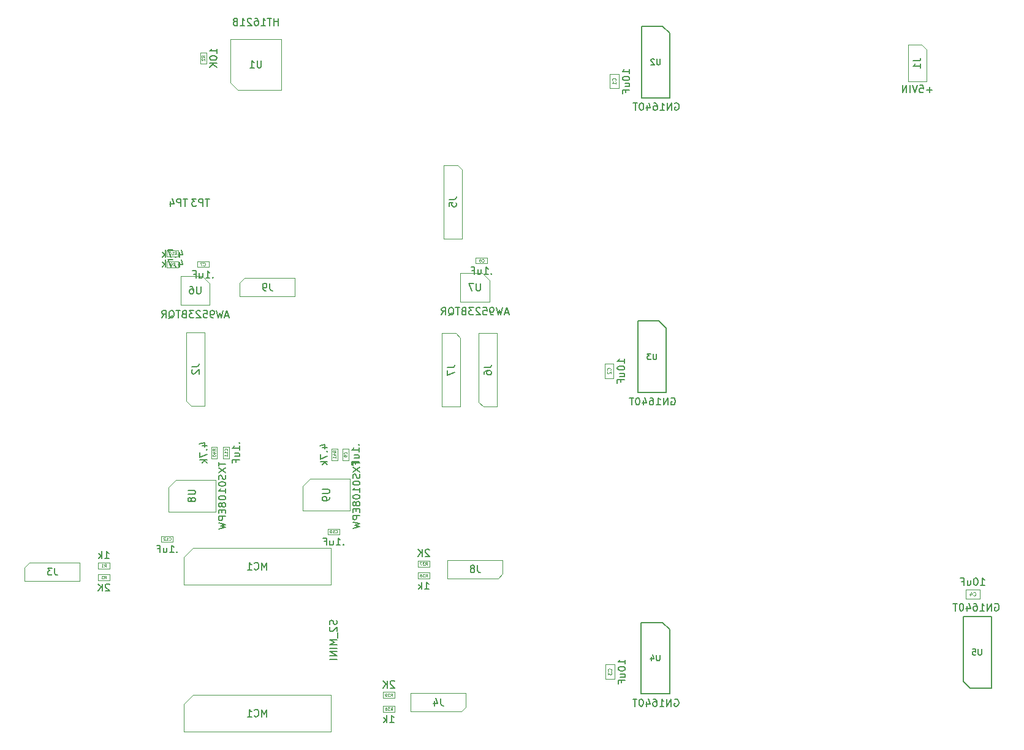
<source format=gbr>
G04 #@! TF.GenerationSoftware,KiCad,Pcbnew,(5.1.9)-1*
G04 #@! TF.CreationDate,2022-08-26T11:24:35-06:00*
G04 #@! TF.ProjectId,ufc_v5_main,7566635f-7635-45f6-9d61-696e2e6b6963,rev?*
G04 #@! TF.SameCoordinates,Original*
G04 #@! TF.FileFunction,Other,Fab,Bot*
%FSLAX46Y46*%
G04 Gerber Fmt 4.6, Leading zero omitted, Abs format (unit mm)*
G04 Created by KiCad (PCBNEW (5.1.9)-1) date 2022-08-26 11:24:35*
%MOMM*%
%LPD*%
G01*
G04 APERTURE LIST*
%ADD10C,0.100000*%
%ADD11C,0.150000*%
%ADD12C,0.060000*%
%ADD13C,0.080000*%
G04 APERTURE END LIST*
D10*
X129600000Y-191848000D02*
X128330000Y-193118000D01*
X148650000Y-191848000D02*
X129600000Y-191848000D01*
X128330000Y-193118000D02*
X128330000Y-196928000D01*
X128330000Y-196928000D02*
X148650000Y-196928000D01*
X148650000Y-196928000D02*
X148650000Y-191848000D01*
X129600000Y-171528000D02*
X128330000Y-172798000D01*
X148650000Y-171528000D02*
X129600000Y-171528000D01*
X128330000Y-172798000D02*
X128330000Y-176608000D01*
X128330000Y-176608000D02*
X148650000Y-176608000D01*
X148650000Y-176608000D02*
X148650000Y-171528000D01*
X145765000Y-161962000D02*
X144765000Y-162962000D01*
X151265000Y-161962000D02*
X145765000Y-161962000D01*
X151265000Y-166362000D02*
X151265000Y-161962000D01*
X144765000Y-166362000D02*
X151265000Y-166362000D01*
X144765000Y-162962000D02*
X144765000Y-166362000D01*
X127223000Y-162089000D02*
X126223000Y-163089000D01*
X132723000Y-162089000D02*
X127223000Y-162089000D01*
X132723000Y-166489000D02*
X132723000Y-162089000D01*
X126223000Y-166489000D02*
X132723000Y-166489000D01*
X126223000Y-163089000D02*
X126223000Y-166489000D01*
X170556000Y-134485000D02*
X169556000Y-133485000D01*
X170556000Y-137485000D02*
X170556000Y-134485000D01*
X166556000Y-137485000D02*
X170556000Y-137485000D01*
X166556000Y-133485000D02*
X166556000Y-137485000D01*
X169556000Y-133485000D02*
X166556000Y-133485000D01*
X131917000Y-134897000D02*
X130917000Y-133897000D01*
X131917000Y-137897000D02*
X131917000Y-134897000D01*
X127917000Y-137897000D02*
X131917000Y-137897000D01*
X127917000Y-133897000D02*
X127917000Y-137897000D01*
X130917000Y-133897000D02*
X127917000Y-133897000D01*
D11*
X235996000Y-189935000D02*
X236996000Y-190885000D01*
X235996000Y-180985000D02*
X235996000Y-189935000D01*
X239896000Y-180985000D02*
X235996000Y-180985000D01*
X239896000Y-190885000D02*
X239896000Y-180985000D01*
X236996000Y-190885000D02*
X239896000Y-190885000D01*
X195441000Y-182748000D02*
X194441000Y-181798000D01*
X195441000Y-191698000D02*
X195441000Y-182748000D01*
X191541000Y-191698000D02*
X195441000Y-191698000D01*
X191541000Y-181798000D02*
X191541000Y-191698000D01*
X194441000Y-181798000D02*
X191541000Y-181798000D01*
X194968000Y-141082000D02*
X193968000Y-140132000D01*
X194968000Y-150032000D02*
X194968000Y-141082000D01*
X191068000Y-150032000D02*
X194968000Y-150032000D01*
X191068000Y-140132000D02*
X191068000Y-150032000D01*
X193968000Y-140132000D02*
X191068000Y-140132000D01*
X195489000Y-100320000D02*
X194489000Y-99370000D01*
X195489000Y-109270000D02*
X195489000Y-100320000D01*
X191589000Y-109270000D02*
X195489000Y-109270000D01*
X191589000Y-99370000D02*
X191589000Y-109270000D01*
X194489000Y-99370000D02*
X191589000Y-99370000D01*
D10*
X134786000Y-107144000D02*
X135786000Y-108144000D01*
X134786000Y-101144000D02*
X134786000Y-107144000D01*
X141786000Y-101144000D02*
X134786000Y-101144000D01*
X141786000Y-108144000D02*
X141786000Y-101144000D01*
X135786000Y-108144000D02*
X141786000Y-108144000D01*
X148745500Y-157774000D02*
X148745500Y-159374000D01*
X149570500Y-157774000D02*
X148745500Y-157774000D01*
X149570500Y-159374000D02*
X149570500Y-157774000D01*
X148745500Y-159374000D02*
X149570500Y-159374000D01*
X132108500Y-157520000D02*
X132108500Y-159120000D01*
X132933500Y-157520000D02*
X132108500Y-157520000D01*
X132933500Y-159120000D02*
X132933500Y-157520000D01*
X132108500Y-159120000D02*
X132933500Y-159120000D01*
X157451000Y-191435500D02*
X155851000Y-191435500D01*
X157451000Y-192260500D02*
X157451000Y-191435500D01*
X155851000Y-192260500D02*
X157451000Y-192260500D01*
X155851000Y-191435500D02*
X155851000Y-192260500D01*
X155869000Y-194191500D02*
X157469000Y-194191500D01*
X155869000Y-193366500D02*
X155869000Y-194191500D01*
X157469000Y-193366500D02*
X155869000Y-193366500D01*
X157469000Y-194191500D02*
X157469000Y-193366500D01*
X162277000Y-173274500D02*
X160677000Y-173274500D01*
X162277000Y-174099500D02*
X162277000Y-173274500D01*
X160677000Y-174099500D02*
X162277000Y-174099500D01*
X160677000Y-173274500D02*
X160677000Y-174099500D01*
X160677000Y-175750500D02*
X162277000Y-175750500D01*
X160677000Y-174925500D02*
X160677000Y-175750500D01*
X162277000Y-174925500D02*
X160677000Y-174925500D01*
X162277000Y-175750500D02*
X162277000Y-174925500D01*
X126006000Y-131173500D02*
X127606000Y-131173500D01*
X126006000Y-130348500D02*
X126006000Y-131173500D01*
X127606000Y-130348500D02*
X126006000Y-130348500D01*
X127606000Y-131173500D02*
X127606000Y-130348500D01*
X127606000Y-131872500D02*
X126006000Y-131872500D01*
X127606000Y-132697500D02*
X127606000Y-131872500D01*
X126006000Y-132697500D02*
X127606000Y-132697500D01*
X126006000Y-131872500D02*
X126006000Y-132697500D01*
X116481000Y-176004500D02*
X118081000Y-176004500D01*
X116481000Y-175179500D02*
X116481000Y-176004500D01*
X118081000Y-175179500D02*
X116481000Y-175179500D01*
X118081000Y-176004500D02*
X118081000Y-175179500D01*
X131432500Y-104573000D02*
X131432500Y-102973000D01*
X130607500Y-104573000D02*
X131432500Y-104573000D01*
X130607500Y-102973000D02*
X130607500Y-104573000D01*
X131432500Y-102973000D02*
X130607500Y-102973000D01*
X118081000Y-173528500D02*
X116481000Y-173528500D01*
X118081000Y-174353500D02*
X118081000Y-173528500D01*
X116481000Y-174353500D02*
X118081000Y-174353500D01*
X116481000Y-173528500D02*
X116481000Y-174353500D01*
X136712000Y-134190000D02*
X136077000Y-134825000D01*
X143697000Y-134190000D02*
X136712000Y-134190000D01*
X143697000Y-136730000D02*
X143697000Y-134190000D01*
X136077000Y-136730000D02*
X143697000Y-136730000D01*
X136077000Y-134825000D02*
X136077000Y-136730000D01*
X171764000Y-175719000D02*
X172399000Y-175084000D01*
X164779000Y-175719000D02*
X171764000Y-175719000D01*
X164779000Y-173179000D02*
X164779000Y-175719000D01*
X172399000Y-173179000D02*
X164779000Y-173179000D01*
X172399000Y-175084000D02*
X172399000Y-173179000D01*
X166557000Y-142445000D02*
X165922000Y-141810000D01*
X166557000Y-151970000D02*
X166557000Y-142445000D01*
X164017000Y-151970000D02*
X166557000Y-151970000D01*
X164017000Y-141810000D02*
X164017000Y-151970000D01*
X165922000Y-141810000D02*
X164017000Y-141810000D01*
X169097000Y-151335000D02*
X169732000Y-151970000D01*
X169097000Y-141810000D02*
X169097000Y-151335000D01*
X171637000Y-141810000D02*
X169097000Y-141810000D01*
X171637000Y-151970000D02*
X171637000Y-141810000D01*
X169732000Y-151970000D02*
X171637000Y-151970000D01*
X166811000Y-119204000D02*
X166176000Y-118569000D01*
X166811000Y-128729000D02*
X166811000Y-119204000D01*
X164271000Y-128729000D02*
X166811000Y-128729000D01*
X164271000Y-118569000D02*
X164271000Y-128729000D01*
X166176000Y-118569000D02*
X164271000Y-118569000D01*
X166684000Y-194134000D02*
X167319000Y-193499000D01*
X159699000Y-194134000D02*
X166684000Y-194134000D01*
X159699000Y-191594000D02*
X159699000Y-194134000D01*
X167319000Y-191594000D02*
X159699000Y-191594000D01*
X167319000Y-193499000D02*
X167319000Y-191594000D01*
X106994000Y-173551000D02*
X106359000Y-174186000D01*
X113979000Y-173551000D02*
X106994000Y-173551000D01*
X113979000Y-176091000D02*
X113979000Y-173551000D01*
X106359000Y-176091000D02*
X113979000Y-176091000D01*
X106359000Y-174186000D02*
X106359000Y-176091000D01*
X128711000Y-151208000D02*
X129346000Y-151843000D01*
X128711000Y-141683000D02*
X128711000Y-151208000D01*
X131251000Y-141683000D02*
X128711000Y-141683000D01*
X131251000Y-151843000D02*
X131251000Y-141683000D01*
X129346000Y-151843000D02*
X131251000Y-151843000D01*
X230946000Y-102567000D02*
X230311000Y-101932000D01*
X230946000Y-107012000D02*
X230946000Y-102567000D01*
X228406000Y-107012000D02*
X230946000Y-107012000D01*
X228406000Y-101932000D02*
X228406000Y-107012000D01*
X230311000Y-101932000D02*
X228406000Y-101932000D01*
X125243640Y-170658000D02*
X126843640Y-170658000D01*
X125243640Y-169858000D02*
X125243640Y-170658000D01*
X126843640Y-169858000D02*
X125243640Y-169858000D01*
X126843640Y-170658000D02*
X126843640Y-169858000D01*
X134572000Y-159120000D02*
X134572000Y-157520000D01*
X133772000Y-159120000D02*
X134572000Y-159120000D01*
X133772000Y-157520000D02*
X133772000Y-159120000D01*
X134572000Y-157520000D02*
X133772000Y-157520000D01*
X148231000Y-169642000D02*
X149831000Y-169642000D01*
X148231000Y-168842000D02*
X148231000Y-169642000D01*
X149831000Y-168842000D02*
X148231000Y-168842000D01*
X149831000Y-169642000D02*
X149831000Y-168842000D01*
X151082000Y-159374000D02*
X151082000Y-157774000D01*
X150282000Y-159374000D02*
X151082000Y-159374000D01*
X150282000Y-157774000D02*
X150282000Y-159374000D01*
X151082000Y-157774000D02*
X150282000Y-157774000D01*
X168678000Y-132177000D02*
X170278000Y-132177000D01*
X168678000Y-131377000D02*
X168678000Y-132177000D01*
X170278000Y-131377000D02*
X168678000Y-131377000D01*
X170278000Y-132177000D02*
X170278000Y-131377000D01*
X130197000Y-132685000D02*
X131797000Y-132685000D01*
X130197000Y-131885000D02*
X130197000Y-132685000D01*
X131797000Y-131885000D02*
X130197000Y-131885000D01*
X131797000Y-132685000D02*
X131797000Y-131885000D01*
X238336000Y-177263000D02*
X236336000Y-177263000D01*
X238336000Y-178513000D02*
X238336000Y-177263000D01*
X236336000Y-178513000D02*
X238336000Y-178513000D01*
X236336000Y-177263000D02*
X236336000Y-178513000D01*
X187824000Y-189612000D02*
X187824000Y-187612000D01*
X186574000Y-189612000D02*
X187824000Y-189612000D01*
X186574000Y-187612000D02*
X186574000Y-189612000D01*
X187824000Y-187612000D02*
X186574000Y-187612000D01*
X187733000Y-148027000D02*
X187733000Y-146027000D01*
X186483000Y-148027000D02*
X187733000Y-148027000D01*
X186483000Y-146027000D02*
X186483000Y-148027000D01*
X187733000Y-146027000D02*
X186483000Y-146027000D01*
X188426000Y-107964000D02*
X188426000Y-105964000D01*
X187176000Y-107964000D02*
X188426000Y-107964000D01*
X187176000Y-105964000D02*
X187176000Y-107964000D01*
X188426000Y-105964000D02*
X187176000Y-105964000D01*
D11*
X149435761Y-181513714D02*
X149483380Y-181656571D01*
X149483380Y-181894666D01*
X149435761Y-181989904D01*
X149388142Y-182037523D01*
X149292904Y-182085142D01*
X149197666Y-182085142D01*
X149102428Y-182037523D01*
X149054809Y-181989904D01*
X149007190Y-181894666D01*
X148959571Y-181704190D01*
X148911952Y-181608952D01*
X148864333Y-181561333D01*
X148769095Y-181513714D01*
X148673857Y-181513714D01*
X148578619Y-181561333D01*
X148531000Y-181608952D01*
X148483380Y-181704190D01*
X148483380Y-181942285D01*
X148531000Y-182085142D01*
X148578619Y-182466095D02*
X148531000Y-182513714D01*
X148483380Y-182608952D01*
X148483380Y-182847047D01*
X148531000Y-182942285D01*
X148578619Y-182989904D01*
X148673857Y-183037523D01*
X148769095Y-183037523D01*
X148911952Y-182989904D01*
X149483380Y-182418476D01*
X149483380Y-183037523D01*
X149578619Y-183228000D02*
X149578619Y-183989904D01*
X149483380Y-184228000D02*
X148483380Y-184228000D01*
X149197666Y-184561333D01*
X148483380Y-184894666D01*
X149483380Y-184894666D01*
X149483380Y-185370857D02*
X148483380Y-185370857D01*
X149483380Y-185847047D02*
X148483380Y-185847047D01*
X149483380Y-186418476D01*
X148483380Y-186418476D01*
X149483380Y-186894666D02*
X148483380Y-186894666D01*
X139799523Y-194840380D02*
X139799523Y-193840380D01*
X139466190Y-194554666D01*
X139132857Y-193840380D01*
X139132857Y-194840380D01*
X138085238Y-194745142D02*
X138132857Y-194792761D01*
X138275714Y-194840380D01*
X138370952Y-194840380D01*
X138513809Y-194792761D01*
X138609047Y-194697523D01*
X138656666Y-194602285D01*
X138704285Y-194411809D01*
X138704285Y-194268952D01*
X138656666Y-194078476D01*
X138609047Y-193983238D01*
X138513809Y-193888000D01*
X138370952Y-193840380D01*
X138275714Y-193840380D01*
X138132857Y-193888000D01*
X138085238Y-193935619D01*
X137132857Y-194840380D02*
X137704285Y-194840380D01*
X137418571Y-194840380D02*
X137418571Y-193840380D01*
X137513809Y-193983238D01*
X137609047Y-194078476D01*
X137704285Y-194126095D01*
X139799523Y-174520380D02*
X139799523Y-173520380D01*
X139466190Y-174234666D01*
X139132857Y-173520380D01*
X139132857Y-174520380D01*
X138085238Y-174425142D02*
X138132857Y-174472761D01*
X138275714Y-174520380D01*
X138370952Y-174520380D01*
X138513809Y-174472761D01*
X138609047Y-174377523D01*
X138656666Y-174282285D01*
X138704285Y-174091809D01*
X138704285Y-173948952D01*
X138656666Y-173758476D01*
X138609047Y-173663238D01*
X138513809Y-173568000D01*
X138370952Y-173520380D01*
X138275714Y-173520380D01*
X138132857Y-173568000D01*
X138085238Y-173615619D01*
X137132857Y-174520380D02*
X137704285Y-174520380D01*
X137418571Y-174520380D02*
X137418571Y-173520380D01*
X137513809Y-173663238D01*
X137609047Y-173758476D01*
X137704285Y-173806095D01*
X151667380Y-159495333D02*
X151667380Y-160066761D01*
X152667380Y-159781047D02*
X151667380Y-159781047D01*
X151667380Y-160304857D02*
X152667380Y-160971523D01*
X151667380Y-160971523D02*
X152667380Y-160304857D01*
X152619761Y-161304857D02*
X152667380Y-161447714D01*
X152667380Y-161685809D01*
X152619761Y-161781047D01*
X152572142Y-161828666D01*
X152476904Y-161876285D01*
X152381666Y-161876285D01*
X152286428Y-161828666D01*
X152238809Y-161781047D01*
X152191190Y-161685809D01*
X152143571Y-161495333D01*
X152095952Y-161400095D01*
X152048333Y-161352476D01*
X151953095Y-161304857D01*
X151857857Y-161304857D01*
X151762619Y-161352476D01*
X151715000Y-161400095D01*
X151667380Y-161495333D01*
X151667380Y-161733428D01*
X151715000Y-161876285D01*
X151667380Y-162495333D02*
X151667380Y-162590571D01*
X151715000Y-162685809D01*
X151762619Y-162733428D01*
X151857857Y-162781047D01*
X152048333Y-162828666D01*
X152286428Y-162828666D01*
X152476904Y-162781047D01*
X152572142Y-162733428D01*
X152619761Y-162685809D01*
X152667380Y-162590571D01*
X152667380Y-162495333D01*
X152619761Y-162400095D01*
X152572142Y-162352476D01*
X152476904Y-162304857D01*
X152286428Y-162257238D01*
X152048333Y-162257238D01*
X151857857Y-162304857D01*
X151762619Y-162352476D01*
X151715000Y-162400095D01*
X151667380Y-162495333D01*
X152667380Y-163781047D02*
X152667380Y-163209619D01*
X152667380Y-163495333D02*
X151667380Y-163495333D01*
X151810238Y-163400095D01*
X151905476Y-163304857D01*
X151953095Y-163209619D01*
X151667380Y-164400095D02*
X151667380Y-164495333D01*
X151715000Y-164590571D01*
X151762619Y-164638190D01*
X151857857Y-164685809D01*
X152048333Y-164733428D01*
X152286428Y-164733428D01*
X152476904Y-164685809D01*
X152572142Y-164638190D01*
X152619761Y-164590571D01*
X152667380Y-164495333D01*
X152667380Y-164400095D01*
X152619761Y-164304857D01*
X152572142Y-164257238D01*
X152476904Y-164209619D01*
X152286428Y-164162000D01*
X152048333Y-164162000D01*
X151857857Y-164209619D01*
X151762619Y-164257238D01*
X151715000Y-164304857D01*
X151667380Y-164400095D01*
X152095952Y-165304857D02*
X152048333Y-165209619D01*
X152000714Y-165162000D01*
X151905476Y-165114380D01*
X151857857Y-165114380D01*
X151762619Y-165162000D01*
X151715000Y-165209619D01*
X151667380Y-165304857D01*
X151667380Y-165495333D01*
X151715000Y-165590571D01*
X151762619Y-165638190D01*
X151857857Y-165685809D01*
X151905476Y-165685809D01*
X152000714Y-165638190D01*
X152048333Y-165590571D01*
X152095952Y-165495333D01*
X152095952Y-165304857D01*
X152143571Y-165209619D01*
X152191190Y-165162000D01*
X152286428Y-165114380D01*
X152476904Y-165114380D01*
X152572142Y-165162000D01*
X152619761Y-165209619D01*
X152667380Y-165304857D01*
X152667380Y-165495333D01*
X152619761Y-165590571D01*
X152572142Y-165638190D01*
X152476904Y-165685809D01*
X152286428Y-165685809D01*
X152191190Y-165638190D01*
X152143571Y-165590571D01*
X152095952Y-165495333D01*
X152143571Y-166114380D02*
X152143571Y-166447714D01*
X152667380Y-166590571D02*
X152667380Y-166114380D01*
X151667380Y-166114380D01*
X151667380Y-166590571D01*
X152667380Y-167019142D02*
X151667380Y-167019142D01*
X151667380Y-167400095D01*
X151715000Y-167495333D01*
X151762619Y-167542952D01*
X151857857Y-167590571D01*
X152000714Y-167590571D01*
X152095952Y-167542952D01*
X152143571Y-167495333D01*
X152191190Y-167400095D01*
X152191190Y-167019142D01*
X151667380Y-167923904D02*
X152667380Y-168162000D01*
X151953095Y-168352476D01*
X152667380Y-168542952D01*
X151667380Y-168781047D01*
X147467380Y-163400095D02*
X148276904Y-163400095D01*
X148372142Y-163447714D01*
X148419761Y-163495333D01*
X148467380Y-163590571D01*
X148467380Y-163781047D01*
X148419761Y-163876285D01*
X148372142Y-163923904D01*
X148276904Y-163971523D01*
X147467380Y-163971523D01*
X148467380Y-164495333D02*
X148467380Y-164685809D01*
X148419761Y-164781047D01*
X148372142Y-164828666D01*
X148229285Y-164923904D01*
X148038809Y-164971523D01*
X147657857Y-164971523D01*
X147562619Y-164923904D01*
X147515000Y-164876285D01*
X147467380Y-164781047D01*
X147467380Y-164590571D01*
X147515000Y-164495333D01*
X147562619Y-164447714D01*
X147657857Y-164400095D01*
X147895952Y-164400095D01*
X147991190Y-164447714D01*
X148038809Y-164495333D01*
X148086428Y-164590571D01*
X148086428Y-164781047D01*
X148038809Y-164876285D01*
X147991190Y-164923904D01*
X147895952Y-164971523D01*
X133125380Y-159622333D02*
X133125380Y-160193761D01*
X134125380Y-159908047D02*
X133125380Y-159908047D01*
X133125380Y-160431857D02*
X134125380Y-161098523D01*
X133125380Y-161098523D02*
X134125380Y-160431857D01*
X134077761Y-161431857D02*
X134125380Y-161574714D01*
X134125380Y-161812809D01*
X134077761Y-161908047D01*
X134030142Y-161955666D01*
X133934904Y-162003285D01*
X133839666Y-162003285D01*
X133744428Y-161955666D01*
X133696809Y-161908047D01*
X133649190Y-161812809D01*
X133601571Y-161622333D01*
X133553952Y-161527095D01*
X133506333Y-161479476D01*
X133411095Y-161431857D01*
X133315857Y-161431857D01*
X133220619Y-161479476D01*
X133173000Y-161527095D01*
X133125380Y-161622333D01*
X133125380Y-161860428D01*
X133173000Y-162003285D01*
X133125380Y-162622333D02*
X133125380Y-162717571D01*
X133173000Y-162812809D01*
X133220619Y-162860428D01*
X133315857Y-162908047D01*
X133506333Y-162955666D01*
X133744428Y-162955666D01*
X133934904Y-162908047D01*
X134030142Y-162860428D01*
X134077761Y-162812809D01*
X134125380Y-162717571D01*
X134125380Y-162622333D01*
X134077761Y-162527095D01*
X134030142Y-162479476D01*
X133934904Y-162431857D01*
X133744428Y-162384238D01*
X133506333Y-162384238D01*
X133315857Y-162431857D01*
X133220619Y-162479476D01*
X133173000Y-162527095D01*
X133125380Y-162622333D01*
X134125380Y-163908047D02*
X134125380Y-163336619D01*
X134125380Y-163622333D02*
X133125380Y-163622333D01*
X133268238Y-163527095D01*
X133363476Y-163431857D01*
X133411095Y-163336619D01*
X133125380Y-164527095D02*
X133125380Y-164622333D01*
X133173000Y-164717571D01*
X133220619Y-164765190D01*
X133315857Y-164812809D01*
X133506333Y-164860428D01*
X133744428Y-164860428D01*
X133934904Y-164812809D01*
X134030142Y-164765190D01*
X134077761Y-164717571D01*
X134125380Y-164622333D01*
X134125380Y-164527095D01*
X134077761Y-164431857D01*
X134030142Y-164384238D01*
X133934904Y-164336619D01*
X133744428Y-164289000D01*
X133506333Y-164289000D01*
X133315857Y-164336619D01*
X133220619Y-164384238D01*
X133173000Y-164431857D01*
X133125380Y-164527095D01*
X133553952Y-165431857D02*
X133506333Y-165336619D01*
X133458714Y-165289000D01*
X133363476Y-165241380D01*
X133315857Y-165241380D01*
X133220619Y-165289000D01*
X133173000Y-165336619D01*
X133125380Y-165431857D01*
X133125380Y-165622333D01*
X133173000Y-165717571D01*
X133220619Y-165765190D01*
X133315857Y-165812809D01*
X133363476Y-165812809D01*
X133458714Y-165765190D01*
X133506333Y-165717571D01*
X133553952Y-165622333D01*
X133553952Y-165431857D01*
X133601571Y-165336619D01*
X133649190Y-165289000D01*
X133744428Y-165241380D01*
X133934904Y-165241380D01*
X134030142Y-165289000D01*
X134077761Y-165336619D01*
X134125380Y-165431857D01*
X134125380Y-165622333D01*
X134077761Y-165717571D01*
X134030142Y-165765190D01*
X133934904Y-165812809D01*
X133744428Y-165812809D01*
X133649190Y-165765190D01*
X133601571Y-165717571D01*
X133553952Y-165622333D01*
X133601571Y-166241380D02*
X133601571Y-166574714D01*
X134125380Y-166717571D02*
X134125380Y-166241380D01*
X133125380Y-166241380D01*
X133125380Y-166717571D01*
X134125380Y-167146142D02*
X133125380Y-167146142D01*
X133125380Y-167527095D01*
X133173000Y-167622333D01*
X133220619Y-167669952D01*
X133315857Y-167717571D01*
X133458714Y-167717571D01*
X133553952Y-167669952D01*
X133601571Y-167622333D01*
X133649190Y-167527095D01*
X133649190Y-167146142D01*
X133125380Y-168050904D02*
X134125380Y-168289000D01*
X133411095Y-168479476D01*
X134125380Y-168669952D01*
X133125380Y-168908047D01*
X128925380Y-163527095D02*
X129734904Y-163527095D01*
X129830142Y-163574714D01*
X129877761Y-163622333D01*
X129925380Y-163717571D01*
X129925380Y-163908047D01*
X129877761Y-164003285D01*
X129830142Y-164050904D01*
X129734904Y-164098523D01*
X128925380Y-164098523D01*
X129353952Y-164717571D02*
X129306333Y-164622333D01*
X129258714Y-164574714D01*
X129163476Y-164527095D01*
X129115857Y-164527095D01*
X129020619Y-164574714D01*
X128973000Y-164622333D01*
X128925380Y-164717571D01*
X128925380Y-164908047D01*
X128973000Y-165003285D01*
X129020619Y-165050904D01*
X129115857Y-165098523D01*
X129163476Y-165098523D01*
X129258714Y-165050904D01*
X129306333Y-165003285D01*
X129353952Y-164908047D01*
X129353952Y-164717571D01*
X129401571Y-164622333D01*
X129449190Y-164574714D01*
X129544428Y-164527095D01*
X129734904Y-164527095D01*
X129830142Y-164574714D01*
X129877761Y-164622333D01*
X129925380Y-164717571D01*
X129925380Y-164908047D01*
X129877761Y-165003285D01*
X129830142Y-165050904D01*
X129734904Y-165098523D01*
X129544428Y-165098523D01*
X129449190Y-165050904D01*
X129401571Y-165003285D01*
X129353952Y-164908047D01*
X173175047Y-138971666D02*
X172698857Y-138971666D01*
X173270285Y-139257380D02*
X172936952Y-138257380D01*
X172603619Y-139257380D01*
X172365523Y-138257380D02*
X172127428Y-139257380D01*
X171936952Y-138543095D01*
X171746476Y-139257380D01*
X171508380Y-138257380D01*
X171079809Y-139257380D02*
X170889333Y-139257380D01*
X170794095Y-139209761D01*
X170746476Y-139162142D01*
X170651238Y-139019285D01*
X170603619Y-138828809D01*
X170603619Y-138447857D01*
X170651238Y-138352619D01*
X170698857Y-138305000D01*
X170794095Y-138257380D01*
X170984571Y-138257380D01*
X171079809Y-138305000D01*
X171127428Y-138352619D01*
X171175047Y-138447857D01*
X171175047Y-138685952D01*
X171127428Y-138781190D01*
X171079809Y-138828809D01*
X170984571Y-138876428D01*
X170794095Y-138876428D01*
X170698857Y-138828809D01*
X170651238Y-138781190D01*
X170603619Y-138685952D01*
X169698857Y-138257380D02*
X170175047Y-138257380D01*
X170222666Y-138733571D01*
X170175047Y-138685952D01*
X170079809Y-138638333D01*
X169841714Y-138638333D01*
X169746476Y-138685952D01*
X169698857Y-138733571D01*
X169651238Y-138828809D01*
X169651238Y-139066904D01*
X169698857Y-139162142D01*
X169746476Y-139209761D01*
X169841714Y-139257380D01*
X170079809Y-139257380D01*
X170175047Y-139209761D01*
X170222666Y-139162142D01*
X169270285Y-138352619D02*
X169222666Y-138305000D01*
X169127428Y-138257380D01*
X168889333Y-138257380D01*
X168794095Y-138305000D01*
X168746476Y-138352619D01*
X168698857Y-138447857D01*
X168698857Y-138543095D01*
X168746476Y-138685952D01*
X169317904Y-139257380D01*
X168698857Y-139257380D01*
X168365523Y-138257380D02*
X167746476Y-138257380D01*
X168079809Y-138638333D01*
X167936952Y-138638333D01*
X167841714Y-138685952D01*
X167794095Y-138733571D01*
X167746476Y-138828809D01*
X167746476Y-139066904D01*
X167794095Y-139162142D01*
X167841714Y-139209761D01*
X167936952Y-139257380D01*
X168222666Y-139257380D01*
X168317904Y-139209761D01*
X168365523Y-139162142D01*
X166984571Y-138733571D02*
X166841714Y-138781190D01*
X166794095Y-138828809D01*
X166746476Y-138924047D01*
X166746476Y-139066904D01*
X166794095Y-139162142D01*
X166841714Y-139209761D01*
X166936952Y-139257380D01*
X167317904Y-139257380D01*
X167317904Y-138257380D01*
X166984571Y-138257380D01*
X166889333Y-138305000D01*
X166841714Y-138352619D01*
X166794095Y-138447857D01*
X166794095Y-138543095D01*
X166841714Y-138638333D01*
X166889333Y-138685952D01*
X166984571Y-138733571D01*
X167317904Y-138733571D01*
X166460761Y-138257380D02*
X165889333Y-138257380D01*
X166175047Y-139257380D02*
X166175047Y-138257380D01*
X164889333Y-139352619D02*
X164984571Y-139305000D01*
X165079809Y-139209761D01*
X165222666Y-139066904D01*
X165317904Y-139019285D01*
X165413142Y-139019285D01*
X165365523Y-139257380D02*
X165460761Y-139209761D01*
X165556000Y-139114523D01*
X165603619Y-138924047D01*
X165603619Y-138590714D01*
X165556000Y-138400238D01*
X165460761Y-138305000D01*
X165365523Y-138257380D01*
X165175047Y-138257380D01*
X165079809Y-138305000D01*
X164984571Y-138400238D01*
X164936952Y-138590714D01*
X164936952Y-138924047D01*
X164984571Y-139114523D01*
X165079809Y-139209761D01*
X165175047Y-139257380D01*
X165365523Y-139257380D01*
X163936952Y-139257380D02*
X164270285Y-138781190D01*
X164508380Y-139257380D02*
X164508380Y-138257380D01*
X164127428Y-138257380D01*
X164032190Y-138305000D01*
X163984571Y-138352619D01*
X163936952Y-138447857D01*
X163936952Y-138590714D01*
X163984571Y-138685952D01*
X164032190Y-138733571D01*
X164127428Y-138781190D01*
X164508380Y-138781190D01*
X169317904Y-134937380D02*
X169317904Y-135746904D01*
X169270285Y-135842142D01*
X169222666Y-135889761D01*
X169127428Y-135937380D01*
X168936952Y-135937380D01*
X168841714Y-135889761D01*
X168794095Y-135842142D01*
X168746476Y-135746904D01*
X168746476Y-134937380D01*
X168365523Y-134937380D02*
X167698857Y-134937380D01*
X168127428Y-135937380D01*
X134536047Y-139383666D02*
X134059857Y-139383666D01*
X134631285Y-139669380D02*
X134297952Y-138669380D01*
X133964619Y-139669380D01*
X133726523Y-138669380D02*
X133488428Y-139669380D01*
X133297952Y-138955095D01*
X133107476Y-139669380D01*
X132869380Y-138669380D01*
X132440809Y-139669380D02*
X132250333Y-139669380D01*
X132155095Y-139621761D01*
X132107476Y-139574142D01*
X132012238Y-139431285D01*
X131964619Y-139240809D01*
X131964619Y-138859857D01*
X132012238Y-138764619D01*
X132059857Y-138717000D01*
X132155095Y-138669380D01*
X132345571Y-138669380D01*
X132440809Y-138717000D01*
X132488428Y-138764619D01*
X132536047Y-138859857D01*
X132536047Y-139097952D01*
X132488428Y-139193190D01*
X132440809Y-139240809D01*
X132345571Y-139288428D01*
X132155095Y-139288428D01*
X132059857Y-139240809D01*
X132012238Y-139193190D01*
X131964619Y-139097952D01*
X131059857Y-138669380D02*
X131536047Y-138669380D01*
X131583666Y-139145571D01*
X131536047Y-139097952D01*
X131440809Y-139050333D01*
X131202714Y-139050333D01*
X131107476Y-139097952D01*
X131059857Y-139145571D01*
X131012238Y-139240809D01*
X131012238Y-139478904D01*
X131059857Y-139574142D01*
X131107476Y-139621761D01*
X131202714Y-139669380D01*
X131440809Y-139669380D01*
X131536047Y-139621761D01*
X131583666Y-139574142D01*
X130631285Y-138764619D02*
X130583666Y-138717000D01*
X130488428Y-138669380D01*
X130250333Y-138669380D01*
X130155095Y-138717000D01*
X130107476Y-138764619D01*
X130059857Y-138859857D01*
X130059857Y-138955095D01*
X130107476Y-139097952D01*
X130678904Y-139669380D01*
X130059857Y-139669380D01*
X129726523Y-138669380D02*
X129107476Y-138669380D01*
X129440809Y-139050333D01*
X129297952Y-139050333D01*
X129202714Y-139097952D01*
X129155095Y-139145571D01*
X129107476Y-139240809D01*
X129107476Y-139478904D01*
X129155095Y-139574142D01*
X129202714Y-139621761D01*
X129297952Y-139669380D01*
X129583666Y-139669380D01*
X129678904Y-139621761D01*
X129726523Y-139574142D01*
X128345571Y-139145571D02*
X128202714Y-139193190D01*
X128155095Y-139240809D01*
X128107476Y-139336047D01*
X128107476Y-139478904D01*
X128155095Y-139574142D01*
X128202714Y-139621761D01*
X128297952Y-139669380D01*
X128678904Y-139669380D01*
X128678904Y-138669380D01*
X128345571Y-138669380D01*
X128250333Y-138717000D01*
X128202714Y-138764619D01*
X128155095Y-138859857D01*
X128155095Y-138955095D01*
X128202714Y-139050333D01*
X128250333Y-139097952D01*
X128345571Y-139145571D01*
X128678904Y-139145571D01*
X127821761Y-138669380D02*
X127250333Y-138669380D01*
X127536047Y-139669380D02*
X127536047Y-138669380D01*
X126250333Y-139764619D02*
X126345571Y-139717000D01*
X126440809Y-139621761D01*
X126583666Y-139478904D01*
X126678904Y-139431285D01*
X126774142Y-139431285D01*
X126726523Y-139669380D02*
X126821761Y-139621761D01*
X126917000Y-139526523D01*
X126964619Y-139336047D01*
X126964619Y-139002714D01*
X126917000Y-138812238D01*
X126821761Y-138717000D01*
X126726523Y-138669380D01*
X126536047Y-138669380D01*
X126440809Y-138717000D01*
X126345571Y-138812238D01*
X126297952Y-139002714D01*
X126297952Y-139336047D01*
X126345571Y-139526523D01*
X126440809Y-139621761D01*
X126536047Y-139669380D01*
X126726523Y-139669380D01*
X125297952Y-139669380D02*
X125631285Y-139193190D01*
X125869380Y-139669380D02*
X125869380Y-138669380D01*
X125488428Y-138669380D01*
X125393190Y-138717000D01*
X125345571Y-138764619D01*
X125297952Y-138859857D01*
X125297952Y-139002714D01*
X125345571Y-139097952D01*
X125393190Y-139145571D01*
X125488428Y-139193190D01*
X125869380Y-139193190D01*
X130678904Y-135349380D02*
X130678904Y-136158904D01*
X130631285Y-136254142D01*
X130583666Y-136301761D01*
X130488428Y-136349380D01*
X130297952Y-136349380D01*
X130202714Y-136301761D01*
X130155095Y-136254142D01*
X130107476Y-136158904D01*
X130107476Y-135349380D01*
X129202714Y-135349380D02*
X129393190Y-135349380D01*
X129488428Y-135397000D01*
X129536047Y-135444619D01*
X129631285Y-135587476D01*
X129678904Y-135777952D01*
X129678904Y-136158904D01*
X129631285Y-136254142D01*
X129583666Y-136301761D01*
X129488428Y-136349380D01*
X129297952Y-136349380D01*
X129202714Y-136301761D01*
X129155095Y-136254142D01*
X129107476Y-136158904D01*
X129107476Y-135920809D01*
X129155095Y-135825571D01*
X129202714Y-135777952D01*
X129297952Y-135730333D01*
X129488428Y-135730333D01*
X129583666Y-135777952D01*
X129631285Y-135825571D01*
X129678904Y-135920809D01*
X240393619Y-179235000D02*
X240488857Y-179187380D01*
X240631714Y-179187380D01*
X240774571Y-179235000D01*
X240869809Y-179330238D01*
X240917428Y-179425476D01*
X240965047Y-179615952D01*
X240965047Y-179758809D01*
X240917428Y-179949285D01*
X240869809Y-180044523D01*
X240774571Y-180139761D01*
X240631714Y-180187380D01*
X240536476Y-180187380D01*
X240393619Y-180139761D01*
X240346000Y-180092142D01*
X240346000Y-179758809D01*
X240536476Y-179758809D01*
X239917428Y-180187380D02*
X239917428Y-179187380D01*
X239346000Y-180187380D01*
X239346000Y-179187380D01*
X238346000Y-180187380D02*
X238917428Y-180187380D01*
X238631714Y-180187380D02*
X238631714Y-179187380D01*
X238726952Y-179330238D01*
X238822190Y-179425476D01*
X238917428Y-179473095D01*
X237488857Y-179187380D02*
X237679333Y-179187380D01*
X237774571Y-179235000D01*
X237822190Y-179282619D01*
X237917428Y-179425476D01*
X237965047Y-179615952D01*
X237965047Y-179996904D01*
X237917428Y-180092142D01*
X237869809Y-180139761D01*
X237774571Y-180187380D01*
X237584095Y-180187380D01*
X237488857Y-180139761D01*
X237441238Y-180092142D01*
X237393619Y-179996904D01*
X237393619Y-179758809D01*
X237441238Y-179663571D01*
X237488857Y-179615952D01*
X237584095Y-179568333D01*
X237774571Y-179568333D01*
X237869809Y-179615952D01*
X237917428Y-179663571D01*
X237965047Y-179758809D01*
X236536476Y-179520714D02*
X236536476Y-180187380D01*
X236774571Y-179139761D02*
X237012666Y-179854047D01*
X236393619Y-179854047D01*
X235822190Y-179187380D02*
X235726952Y-179187380D01*
X235631714Y-179235000D01*
X235584095Y-179282619D01*
X235536476Y-179377857D01*
X235488857Y-179568333D01*
X235488857Y-179806428D01*
X235536476Y-179996904D01*
X235584095Y-180092142D01*
X235631714Y-180139761D01*
X235726952Y-180187380D01*
X235822190Y-180187380D01*
X235917428Y-180139761D01*
X235965047Y-180092142D01*
X236012666Y-179996904D01*
X236060285Y-179806428D01*
X236060285Y-179568333D01*
X236012666Y-179377857D01*
X235965047Y-179282619D01*
X235917428Y-179235000D01*
X235822190Y-179187380D01*
X235203142Y-179187380D02*
X234631714Y-179187380D01*
X234917428Y-180187380D02*
X234917428Y-179187380D01*
X238555523Y-185496904D02*
X238555523Y-186144523D01*
X238517428Y-186220714D01*
X238479333Y-186258809D01*
X238403142Y-186296904D01*
X238250761Y-186296904D01*
X238174571Y-186258809D01*
X238136476Y-186220714D01*
X238098380Y-186144523D01*
X238098380Y-185496904D01*
X237336476Y-185496904D02*
X237717428Y-185496904D01*
X237755523Y-185877857D01*
X237717428Y-185839761D01*
X237641238Y-185801666D01*
X237450761Y-185801666D01*
X237374571Y-185839761D01*
X237336476Y-185877857D01*
X237298380Y-185954047D01*
X237298380Y-186144523D01*
X237336476Y-186220714D01*
X237374571Y-186258809D01*
X237450761Y-186296904D01*
X237641238Y-186296904D01*
X237717428Y-186258809D01*
X237755523Y-186220714D01*
X196138619Y-192448000D02*
X196233857Y-192400380D01*
X196376714Y-192400380D01*
X196519571Y-192448000D01*
X196614809Y-192543238D01*
X196662428Y-192638476D01*
X196710047Y-192828952D01*
X196710047Y-192971809D01*
X196662428Y-193162285D01*
X196614809Y-193257523D01*
X196519571Y-193352761D01*
X196376714Y-193400380D01*
X196281476Y-193400380D01*
X196138619Y-193352761D01*
X196091000Y-193305142D01*
X196091000Y-192971809D01*
X196281476Y-192971809D01*
X195662428Y-193400380D02*
X195662428Y-192400380D01*
X195091000Y-193400380D01*
X195091000Y-192400380D01*
X194091000Y-193400380D02*
X194662428Y-193400380D01*
X194376714Y-193400380D02*
X194376714Y-192400380D01*
X194471952Y-192543238D01*
X194567190Y-192638476D01*
X194662428Y-192686095D01*
X193233857Y-192400380D02*
X193424333Y-192400380D01*
X193519571Y-192448000D01*
X193567190Y-192495619D01*
X193662428Y-192638476D01*
X193710047Y-192828952D01*
X193710047Y-193209904D01*
X193662428Y-193305142D01*
X193614809Y-193352761D01*
X193519571Y-193400380D01*
X193329095Y-193400380D01*
X193233857Y-193352761D01*
X193186238Y-193305142D01*
X193138619Y-193209904D01*
X193138619Y-192971809D01*
X193186238Y-192876571D01*
X193233857Y-192828952D01*
X193329095Y-192781333D01*
X193519571Y-192781333D01*
X193614809Y-192828952D01*
X193662428Y-192876571D01*
X193710047Y-192971809D01*
X192281476Y-192733714D02*
X192281476Y-193400380D01*
X192519571Y-192352761D02*
X192757666Y-193067047D01*
X192138619Y-193067047D01*
X191567190Y-192400380D02*
X191471952Y-192400380D01*
X191376714Y-192448000D01*
X191329095Y-192495619D01*
X191281476Y-192590857D01*
X191233857Y-192781333D01*
X191233857Y-193019428D01*
X191281476Y-193209904D01*
X191329095Y-193305142D01*
X191376714Y-193352761D01*
X191471952Y-193400380D01*
X191567190Y-193400380D01*
X191662428Y-193352761D01*
X191710047Y-193305142D01*
X191757666Y-193209904D01*
X191805285Y-193019428D01*
X191805285Y-192781333D01*
X191757666Y-192590857D01*
X191710047Y-192495619D01*
X191662428Y-192448000D01*
X191567190Y-192400380D01*
X190948142Y-192400380D02*
X190376714Y-192400380D01*
X190662428Y-193400380D02*
X190662428Y-192400380D01*
X194100523Y-186309904D02*
X194100523Y-186957523D01*
X194062428Y-187033714D01*
X194024333Y-187071809D01*
X193948142Y-187109904D01*
X193795761Y-187109904D01*
X193719571Y-187071809D01*
X193681476Y-187033714D01*
X193643380Y-186957523D01*
X193643380Y-186309904D01*
X192919571Y-186576571D02*
X192919571Y-187109904D01*
X193110047Y-186271809D02*
X193300523Y-186843238D01*
X192805285Y-186843238D01*
X195665619Y-150782000D02*
X195760857Y-150734380D01*
X195903714Y-150734380D01*
X196046571Y-150782000D01*
X196141809Y-150877238D01*
X196189428Y-150972476D01*
X196237047Y-151162952D01*
X196237047Y-151305809D01*
X196189428Y-151496285D01*
X196141809Y-151591523D01*
X196046571Y-151686761D01*
X195903714Y-151734380D01*
X195808476Y-151734380D01*
X195665619Y-151686761D01*
X195618000Y-151639142D01*
X195618000Y-151305809D01*
X195808476Y-151305809D01*
X195189428Y-151734380D02*
X195189428Y-150734380D01*
X194618000Y-151734380D01*
X194618000Y-150734380D01*
X193618000Y-151734380D02*
X194189428Y-151734380D01*
X193903714Y-151734380D02*
X193903714Y-150734380D01*
X193998952Y-150877238D01*
X194094190Y-150972476D01*
X194189428Y-151020095D01*
X192760857Y-150734380D02*
X192951333Y-150734380D01*
X193046571Y-150782000D01*
X193094190Y-150829619D01*
X193189428Y-150972476D01*
X193237047Y-151162952D01*
X193237047Y-151543904D01*
X193189428Y-151639142D01*
X193141809Y-151686761D01*
X193046571Y-151734380D01*
X192856095Y-151734380D01*
X192760857Y-151686761D01*
X192713238Y-151639142D01*
X192665619Y-151543904D01*
X192665619Y-151305809D01*
X192713238Y-151210571D01*
X192760857Y-151162952D01*
X192856095Y-151115333D01*
X193046571Y-151115333D01*
X193141809Y-151162952D01*
X193189428Y-151210571D01*
X193237047Y-151305809D01*
X191808476Y-151067714D02*
X191808476Y-151734380D01*
X192046571Y-150686761D02*
X192284666Y-151401047D01*
X191665619Y-151401047D01*
X191094190Y-150734380D02*
X190998952Y-150734380D01*
X190903714Y-150782000D01*
X190856095Y-150829619D01*
X190808476Y-150924857D01*
X190760857Y-151115333D01*
X190760857Y-151353428D01*
X190808476Y-151543904D01*
X190856095Y-151639142D01*
X190903714Y-151686761D01*
X190998952Y-151734380D01*
X191094190Y-151734380D01*
X191189428Y-151686761D01*
X191237047Y-151639142D01*
X191284666Y-151543904D01*
X191332285Y-151353428D01*
X191332285Y-151115333D01*
X191284666Y-150924857D01*
X191237047Y-150829619D01*
X191189428Y-150782000D01*
X191094190Y-150734380D01*
X190475142Y-150734380D02*
X189903714Y-150734380D01*
X190189428Y-151734380D02*
X190189428Y-150734380D01*
X193627523Y-144643904D02*
X193627523Y-145291523D01*
X193589428Y-145367714D01*
X193551333Y-145405809D01*
X193475142Y-145443904D01*
X193322761Y-145443904D01*
X193246571Y-145405809D01*
X193208476Y-145367714D01*
X193170380Y-145291523D01*
X193170380Y-144643904D01*
X192865619Y-144643904D02*
X192370380Y-144643904D01*
X192637047Y-144948666D01*
X192522761Y-144948666D01*
X192446571Y-144986761D01*
X192408476Y-145024857D01*
X192370380Y-145101047D01*
X192370380Y-145291523D01*
X192408476Y-145367714D01*
X192446571Y-145405809D01*
X192522761Y-145443904D01*
X192751333Y-145443904D01*
X192827523Y-145405809D01*
X192865619Y-145367714D01*
X196186619Y-110020000D02*
X196281857Y-109972380D01*
X196424714Y-109972380D01*
X196567571Y-110020000D01*
X196662809Y-110115238D01*
X196710428Y-110210476D01*
X196758047Y-110400952D01*
X196758047Y-110543809D01*
X196710428Y-110734285D01*
X196662809Y-110829523D01*
X196567571Y-110924761D01*
X196424714Y-110972380D01*
X196329476Y-110972380D01*
X196186619Y-110924761D01*
X196139000Y-110877142D01*
X196139000Y-110543809D01*
X196329476Y-110543809D01*
X195710428Y-110972380D02*
X195710428Y-109972380D01*
X195139000Y-110972380D01*
X195139000Y-109972380D01*
X194139000Y-110972380D02*
X194710428Y-110972380D01*
X194424714Y-110972380D02*
X194424714Y-109972380D01*
X194519952Y-110115238D01*
X194615190Y-110210476D01*
X194710428Y-110258095D01*
X193281857Y-109972380D02*
X193472333Y-109972380D01*
X193567571Y-110020000D01*
X193615190Y-110067619D01*
X193710428Y-110210476D01*
X193758047Y-110400952D01*
X193758047Y-110781904D01*
X193710428Y-110877142D01*
X193662809Y-110924761D01*
X193567571Y-110972380D01*
X193377095Y-110972380D01*
X193281857Y-110924761D01*
X193234238Y-110877142D01*
X193186619Y-110781904D01*
X193186619Y-110543809D01*
X193234238Y-110448571D01*
X193281857Y-110400952D01*
X193377095Y-110353333D01*
X193567571Y-110353333D01*
X193662809Y-110400952D01*
X193710428Y-110448571D01*
X193758047Y-110543809D01*
X192329476Y-110305714D02*
X192329476Y-110972380D01*
X192567571Y-109924761D02*
X192805666Y-110639047D01*
X192186619Y-110639047D01*
X191615190Y-109972380D02*
X191519952Y-109972380D01*
X191424714Y-110020000D01*
X191377095Y-110067619D01*
X191329476Y-110162857D01*
X191281857Y-110353333D01*
X191281857Y-110591428D01*
X191329476Y-110781904D01*
X191377095Y-110877142D01*
X191424714Y-110924761D01*
X191519952Y-110972380D01*
X191615190Y-110972380D01*
X191710428Y-110924761D01*
X191758047Y-110877142D01*
X191805666Y-110781904D01*
X191853285Y-110591428D01*
X191853285Y-110353333D01*
X191805666Y-110162857D01*
X191758047Y-110067619D01*
X191710428Y-110020000D01*
X191615190Y-109972380D01*
X190996142Y-109972380D02*
X190424714Y-109972380D01*
X190710428Y-110972380D02*
X190710428Y-109972380D01*
X194148523Y-103881904D02*
X194148523Y-104529523D01*
X194110428Y-104605714D01*
X194072333Y-104643809D01*
X193996142Y-104681904D01*
X193843761Y-104681904D01*
X193767571Y-104643809D01*
X193729476Y-104605714D01*
X193691380Y-104529523D01*
X193691380Y-103881904D01*
X193348523Y-103958095D02*
X193310428Y-103920000D01*
X193234238Y-103881904D01*
X193043761Y-103881904D01*
X192967571Y-103920000D01*
X192929476Y-103958095D01*
X192891380Y-104034285D01*
X192891380Y-104110476D01*
X192929476Y-104224761D01*
X193386619Y-104681904D01*
X192891380Y-104681904D01*
X141357428Y-99246380D02*
X141357428Y-98246380D01*
X141357428Y-98722571D02*
X140786000Y-98722571D01*
X140786000Y-99246380D02*
X140786000Y-98246380D01*
X140452666Y-98246380D02*
X139881238Y-98246380D01*
X140166952Y-99246380D02*
X140166952Y-98246380D01*
X139024095Y-99246380D02*
X139595523Y-99246380D01*
X139309809Y-99246380D02*
X139309809Y-98246380D01*
X139405047Y-98389238D01*
X139500285Y-98484476D01*
X139595523Y-98532095D01*
X138166952Y-98246380D02*
X138357428Y-98246380D01*
X138452666Y-98294000D01*
X138500285Y-98341619D01*
X138595523Y-98484476D01*
X138643142Y-98674952D01*
X138643142Y-99055904D01*
X138595523Y-99151142D01*
X138547904Y-99198761D01*
X138452666Y-99246380D01*
X138262190Y-99246380D01*
X138166952Y-99198761D01*
X138119333Y-99151142D01*
X138071714Y-99055904D01*
X138071714Y-98817809D01*
X138119333Y-98722571D01*
X138166952Y-98674952D01*
X138262190Y-98627333D01*
X138452666Y-98627333D01*
X138547904Y-98674952D01*
X138595523Y-98722571D01*
X138643142Y-98817809D01*
X137690761Y-98341619D02*
X137643142Y-98294000D01*
X137547904Y-98246380D01*
X137309809Y-98246380D01*
X137214571Y-98294000D01*
X137166952Y-98341619D01*
X137119333Y-98436857D01*
X137119333Y-98532095D01*
X137166952Y-98674952D01*
X137738380Y-99246380D01*
X137119333Y-99246380D01*
X136166952Y-99246380D02*
X136738380Y-99246380D01*
X136452666Y-99246380D02*
X136452666Y-98246380D01*
X136547904Y-98389238D01*
X136643142Y-98484476D01*
X136738380Y-98532095D01*
X135405047Y-98722571D02*
X135262190Y-98770190D01*
X135214571Y-98817809D01*
X135166952Y-98913047D01*
X135166952Y-99055904D01*
X135214571Y-99151142D01*
X135262190Y-99198761D01*
X135357428Y-99246380D01*
X135738380Y-99246380D01*
X135738380Y-98246380D01*
X135405047Y-98246380D01*
X135309809Y-98294000D01*
X135262190Y-98341619D01*
X135214571Y-98436857D01*
X135214571Y-98532095D01*
X135262190Y-98627333D01*
X135309809Y-98674952D01*
X135405047Y-98722571D01*
X135738380Y-98722571D01*
X139047904Y-104096380D02*
X139047904Y-104905904D01*
X139000285Y-105001142D01*
X138952666Y-105048761D01*
X138857428Y-105096380D01*
X138666952Y-105096380D01*
X138571714Y-105048761D01*
X138524095Y-105001142D01*
X138476476Y-104905904D01*
X138476476Y-104096380D01*
X137476476Y-105096380D02*
X138047904Y-105096380D01*
X137762190Y-105096380D02*
X137762190Y-104096380D01*
X137857428Y-104239238D01*
X137952666Y-104334476D01*
X138047904Y-104382095D01*
X128829904Y-123229380D02*
X128258476Y-123229380D01*
X128544190Y-124229380D02*
X128544190Y-123229380D01*
X127925142Y-124229380D02*
X127925142Y-123229380D01*
X127544190Y-123229380D01*
X127448952Y-123277000D01*
X127401333Y-123324619D01*
X127353714Y-123419857D01*
X127353714Y-123562714D01*
X127401333Y-123657952D01*
X127448952Y-123705571D01*
X127544190Y-123753190D01*
X127925142Y-123753190D01*
X126496571Y-123562714D02*
X126496571Y-124229380D01*
X126734666Y-123181761D02*
X126972761Y-123896047D01*
X126353714Y-123896047D01*
X131877904Y-123229380D02*
X131306476Y-123229380D01*
X131592190Y-124229380D02*
X131592190Y-123229380D01*
X130973142Y-124229380D02*
X130973142Y-123229380D01*
X130592190Y-123229380D01*
X130496952Y-123277000D01*
X130449333Y-123324619D01*
X130401714Y-123419857D01*
X130401714Y-123562714D01*
X130449333Y-123657952D01*
X130496952Y-123705571D01*
X130592190Y-123753190D01*
X130973142Y-123753190D01*
X130068380Y-123229380D02*
X129449333Y-123229380D01*
X129782666Y-123610333D01*
X129639809Y-123610333D01*
X129544571Y-123657952D01*
X129496952Y-123705571D01*
X129449333Y-123800809D01*
X129449333Y-124038904D01*
X129496952Y-124134142D01*
X129544571Y-124181761D01*
X129639809Y-124229380D01*
X129925523Y-124229380D01*
X130020761Y-124181761D01*
X130068380Y-124134142D01*
X147513714Y-157645428D02*
X148180380Y-157645428D01*
X147132761Y-157407333D02*
X147847047Y-157169238D01*
X147847047Y-157788285D01*
X148085142Y-158169238D02*
X148132761Y-158216857D01*
X148180380Y-158169238D01*
X148132761Y-158121619D01*
X148085142Y-158169238D01*
X148180380Y-158169238D01*
X147180380Y-158550190D02*
X147180380Y-159216857D01*
X148180380Y-158788285D01*
X148180380Y-159597809D02*
X147180380Y-159597809D01*
X147799428Y-159693047D02*
X148180380Y-159978761D01*
X147513714Y-159978761D02*
X147894666Y-159597809D01*
D12*
X149338952Y-158316857D02*
X149148476Y-158183523D01*
X149338952Y-158088285D02*
X148938952Y-158088285D01*
X148938952Y-158240666D01*
X148958000Y-158278761D01*
X148977047Y-158297809D01*
X149015142Y-158316857D01*
X149072285Y-158316857D01*
X149110380Y-158297809D01*
X149129428Y-158278761D01*
X149148476Y-158240666D01*
X149148476Y-158088285D01*
X149072285Y-158659714D02*
X149338952Y-158659714D01*
X148919904Y-158564476D02*
X149205619Y-158469238D01*
X149205619Y-158716857D01*
X149338952Y-159078761D02*
X149338952Y-158850190D01*
X149338952Y-158964476D02*
X148938952Y-158964476D01*
X148996095Y-158926380D01*
X149034190Y-158888285D01*
X149053238Y-158850190D01*
D11*
X130876714Y-157391428D02*
X131543380Y-157391428D01*
X130495761Y-157153333D02*
X131210047Y-156915238D01*
X131210047Y-157534285D01*
X131448142Y-157915238D02*
X131495761Y-157962857D01*
X131543380Y-157915238D01*
X131495761Y-157867619D01*
X131448142Y-157915238D01*
X131543380Y-157915238D01*
X130543380Y-158296190D02*
X130543380Y-158962857D01*
X131543380Y-158534285D01*
X131543380Y-159343809D02*
X130543380Y-159343809D01*
X131162428Y-159439047D02*
X131543380Y-159724761D01*
X130876714Y-159724761D02*
X131257666Y-159343809D01*
D12*
X132701952Y-158062857D02*
X132511476Y-157929523D01*
X132701952Y-157834285D02*
X132301952Y-157834285D01*
X132301952Y-157986666D01*
X132321000Y-158024761D01*
X132340047Y-158043809D01*
X132378142Y-158062857D01*
X132435285Y-158062857D01*
X132473380Y-158043809D01*
X132492428Y-158024761D01*
X132511476Y-157986666D01*
X132511476Y-157834285D01*
X132435285Y-158405714D02*
X132701952Y-158405714D01*
X132282904Y-158310476D02*
X132568619Y-158215238D01*
X132568619Y-158462857D01*
X132301952Y-158691428D02*
X132301952Y-158729523D01*
X132321000Y-158767619D01*
X132340047Y-158786666D01*
X132378142Y-158805714D01*
X132454333Y-158824761D01*
X132549571Y-158824761D01*
X132625761Y-158805714D01*
X132663857Y-158786666D01*
X132682904Y-158767619D01*
X132701952Y-158729523D01*
X132701952Y-158691428D01*
X132682904Y-158653333D01*
X132663857Y-158634285D01*
X132625761Y-158615238D01*
X132549571Y-158596190D01*
X132454333Y-158596190D01*
X132378142Y-158615238D01*
X132340047Y-158634285D01*
X132321000Y-158653333D01*
X132301952Y-158691428D01*
D11*
X157436714Y-189965619D02*
X157389095Y-189918000D01*
X157293857Y-189870380D01*
X157055761Y-189870380D01*
X156960523Y-189918000D01*
X156912904Y-189965619D01*
X156865285Y-190060857D01*
X156865285Y-190156095D01*
X156912904Y-190298952D01*
X157484333Y-190870380D01*
X156865285Y-190870380D01*
X156436714Y-190870380D02*
X156436714Y-189870380D01*
X155865285Y-190870380D02*
X156293857Y-190298952D01*
X155865285Y-189870380D02*
X156436714Y-190441809D01*
D12*
X156908142Y-192028952D02*
X157041476Y-191838476D01*
X157136714Y-192028952D02*
X157136714Y-191628952D01*
X156984333Y-191628952D01*
X156946238Y-191648000D01*
X156927190Y-191667047D01*
X156908142Y-191705142D01*
X156908142Y-191762285D01*
X156927190Y-191800380D01*
X156946238Y-191819428D01*
X156984333Y-191838476D01*
X157136714Y-191838476D01*
X156774809Y-191628952D02*
X156527190Y-191628952D01*
X156660523Y-191781333D01*
X156603380Y-191781333D01*
X156565285Y-191800380D01*
X156546238Y-191819428D01*
X156527190Y-191857523D01*
X156527190Y-191952761D01*
X156546238Y-191990857D01*
X156565285Y-192009904D01*
X156603380Y-192028952D01*
X156717666Y-192028952D01*
X156755761Y-192009904D01*
X156774809Y-191990857D01*
X156336714Y-192028952D02*
X156260523Y-192028952D01*
X156222428Y-192009904D01*
X156203380Y-191990857D01*
X156165285Y-191933714D01*
X156146238Y-191857523D01*
X156146238Y-191705142D01*
X156165285Y-191667047D01*
X156184333Y-191648000D01*
X156222428Y-191628952D01*
X156298619Y-191628952D01*
X156336714Y-191648000D01*
X156355761Y-191667047D01*
X156374809Y-191705142D01*
X156374809Y-191800380D01*
X156355761Y-191838476D01*
X156336714Y-191857523D01*
X156298619Y-191876571D01*
X156222428Y-191876571D01*
X156184333Y-191857523D01*
X156165285Y-191838476D01*
X156146238Y-191800380D01*
D11*
X156788047Y-195661380D02*
X157359476Y-195661380D01*
X157073761Y-195661380D02*
X157073761Y-194661380D01*
X157169000Y-194804238D01*
X157264238Y-194899476D01*
X157359476Y-194947095D01*
X156359476Y-195661380D02*
X156359476Y-194661380D01*
X156264238Y-195280428D02*
X155978523Y-195661380D01*
X155978523Y-194994714D02*
X156359476Y-195375666D01*
D12*
X156926142Y-193959952D02*
X157059476Y-193769476D01*
X157154714Y-193959952D02*
X157154714Y-193559952D01*
X157002333Y-193559952D01*
X156964238Y-193579000D01*
X156945190Y-193598047D01*
X156926142Y-193636142D01*
X156926142Y-193693285D01*
X156945190Y-193731380D01*
X156964238Y-193750428D01*
X157002333Y-193769476D01*
X157154714Y-193769476D01*
X156792809Y-193559952D02*
X156545190Y-193559952D01*
X156678523Y-193712333D01*
X156621380Y-193712333D01*
X156583285Y-193731380D01*
X156564238Y-193750428D01*
X156545190Y-193788523D01*
X156545190Y-193883761D01*
X156564238Y-193921857D01*
X156583285Y-193940904D01*
X156621380Y-193959952D01*
X156735666Y-193959952D01*
X156773761Y-193940904D01*
X156792809Y-193921857D01*
X156316619Y-193731380D02*
X156354714Y-193712333D01*
X156373761Y-193693285D01*
X156392809Y-193655190D01*
X156392809Y-193636142D01*
X156373761Y-193598047D01*
X156354714Y-193579000D01*
X156316619Y-193559952D01*
X156240428Y-193559952D01*
X156202333Y-193579000D01*
X156183285Y-193598047D01*
X156164238Y-193636142D01*
X156164238Y-193655190D01*
X156183285Y-193693285D01*
X156202333Y-193712333D01*
X156240428Y-193731380D01*
X156316619Y-193731380D01*
X156354714Y-193750428D01*
X156373761Y-193769476D01*
X156392809Y-193807571D01*
X156392809Y-193883761D01*
X156373761Y-193921857D01*
X156354714Y-193940904D01*
X156316619Y-193959952D01*
X156240428Y-193959952D01*
X156202333Y-193940904D01*
X156183285Y-193921857D01*
X156164238Y-193883761D01*
X156164238Y-193807571D01*
X156183285Y-193769476D01*
X156202333Y-193750428D01*
X156240428Y-193731380D01*
D11*
X162262714Y-171804619D02*
X162215095Y-171757000D01*
X162119857Y-171709380D01*
X161881761Y-171709380D01*
X161786523Y-171757000D01*
X161738904Y-171804619D01*
X161691285Y-171899857D01*
X161691285Y-171995095D01*
X161738904Y-172137952D01*
X162310333Y-172709380D01*
X161691285Y-172709380D01*
X161262714Y-172709380D02*
X161262714Y-171709380D01*
X160691285Y-172709380D02*
X161119857Y-172137952D01*
X160691285Y-171709380D02*
X161262714Y-172280809D01*
D12*
X161734142Y-173867952D02*
X161867476Y-173677476D01*
X161962714Y-173867952D02*
X161962714Y-173467952D01*
X161810333Y-173467952D01*
X161772238Y-173487000D01*
X161753190Y-173506047D01*
X161734142Y-173544142D01*
X161734142Y-173601285D01*
X161753190Y-173639380D01*
X161772238Y-173658428D01*
X161810333Y-173677476D01*
X161962714Y-173677476D01*
X161600809Y-173467952D02*
X161353190Y-173467952D01*
X161486523Y-173620333D01*
X161429380Y-173620333D01*
X161391285Y-173639380D01*
X161372238Y-173658428D01*
X161353190Y-173696523D01*
X161353190Y-173791761D01*
X161372238Y-173829857D01*
X161391285Y-173848904D01*
X161429380Y-173867952D01*
X161543666Y-173867952D01*
X161581761Y-173848904D01*
X161600809Y-173829857D01*
X161219857Y-173467952D02*
X160953190Y-173467952D01*
X161124619Y-173867952D01*
D11*
X161596047Y-177220380D02*
X162167476Y-177220380D01*
X161881761Y-177220380D02*
X161881761Y-176220380D01*
X161977000Y-176363238D01*
X162072238Y-176458476D01*
X162167476Y-176506095D01*
X161167476Y-177220380D02*
X161167476Y-176220380D01*
X161072238Y-176839428D02*
X160786523Y-177220380D01*
X160786523Y-176553714D02*
X161167476Y-176934666D01*
D12*
X161734142Y-175518952D02*
X161867476Y-175328476D01*
X161962714Y-175518952D02*
X161962714Y-175118952D01*
X161810333Y-175118952D01*
X161772238Y-175138000D01*
X161753190Y-175157047D01*
X161734142Y-175195142D01*
X161734142Y-175252285D01*
X161753190Y-175290380D01*
X161772238Y-175309428D01*
X161810333Y-175328476D01*
X161962714Y-175328476D01*
X161600809Y-175118952D02*
X161353190Y-175118952D01*
X161486523Y-175271333D01*
X161429380Y-175271333D01*
X161391285Y-175290380D01*
X161372238Y-175309428D01*
X161353190Y-175347523D01*
X161353190Y-175442761D01*
X161372238Y-175480857D01*
X161391285Y-175499904D01*
X161429380Y-175518952D01*
X161543666Y-175518952D01*
X161581761Y-175499904D01*
X161600809Y-175480857D01*
X161010333Y-175118952D02*
X161086523Y-175118952D01*
X161124619Y-175138000D01*
X161143666Y-175157047D01*
X161181761Y-175214190D01*
X161200809Y-175290380D01*
X161200809Y-175442761D01*
X161181761Y-175480857D01*
X161162714Y-175499904D01*
X161124619Y-175518952D01*
X161048428Y-175518952D01*
X161010333Y-175499904D01*
X160991285Y-175480857D01*
X160972238Y-175442761D01*
X160972238Y-175347523D01*
X160991285Y-175309428D01*
X161010333Y-175290380D01*
X161048428Y-175271333D01*
X161124619Y-175271333D01*
X161162714Y-175290380D01*
X161181761Y-175309428D01*
X161200809Y-175347523D01*
D11*
X127734571Y-131976714D02*
X127734571Y-132643380D01*
X127972666Y-131595761D02*
X128210761Y-132310047D01*
X127591714Y-132310047D01*
X127210761Y-132548142D02*
X127163142Y-132595761D01*
X127210761Y-132643380D01*
X127258380Y-132595761D01*
X127210761Y-132548142D01*
X127210761Y-132643380D01*
X126829809Y-131643380D02*
X126163142Y-131643380D01*
X126591714Y-132643380D01*
X125782190Y-132643380D02*
X125782190Y-131643380D01*
X125686952Y-132262428D02*
X125401238Y-132643380D01*
X125401238Y-131976714D02*
X125782190Y-132357666D01*
D12*
X127063142Y-130941952D02*
X127196476Y-130751476D01*
X127291714Y-130941952D02*
X127291714Y-130541952D01*
X127139333Y-130541952D01*
X127101238Y-130561000D01*
X127082190Y-130580047D01*
X127063142Y-130618142D01*
X127063142Y-130675285D01*
X127082190Y-130713380D01*
X127101238Y-130732428D01*
X127139333Y-130751476D01*
X127291714Y-130751476D01*
X126682190Y-130941952D02*
X126910761Y-130941952D01*
X126796476Y-130941952D02*
X126796476Y-130541952D01*
X126834571Y-130599095D01*
X126872666Y-130637190D01*
X126910761Y-130656238D01*
X126434571Y-130541952D02*
X126396476Y-130541952D01*
X126358380Y-130561000D01*
X126339333Y-130580047D01*
X126320285Y-130618142D01*
X126301238Y-130694333D01*
X126301238Y-130789571D01*
X126320285Y-130865761D01*
X126339333Y-130903857D01*
X126358380Y-130922904D01*
X126396476Y-130941952D01*
X126434571Y-130941952D01*
X126472666Y-130922904D01*
X126491714Y-130903857D01*
X126510761Y-130865761D01*
X126529809Y-130789571D01*
X126529809Y-130694333D01*
X126510761Y-130618142D01*
X126491714Y-130580047D01*
X126472666Y-130561000D01*
X126434571Y-130541952D01*
D11*
X127734571Y-130640714D02*
X127734571Y-131307380D01*
X127972666Y-130259761D02*
X128210761Y-130974047D01*
X127591714Y-130974047D01*
X127210761Y-131212142D02*
X127163142Y-131259761D01*
X127210761Y-131307380D01*
X127258380Y-131259761D01*
X127210761Y-131212142D01*
X127210761Y-131307380D01*
X126829809Y-130307380D02*
X126163142Y-130307380D01*
X126591714Y-131307380D01*
X125782190Y-131307380D02*
X125782190Y-130307380D01*
X125686952Y-130926428D02*
X125401238Y-131307380D01*
X125401238Y-130640714D02*
X125782190Y-131021666D01*
D12*
X126872666Y-132465952D02*
X127006000Y-132275476D01*
X127101238Y-132465952D02*
X127101238Y-132065952D01*
X126948857Y-132065952D01*
X126910761Y-132085000D01*
X126891714Y-132104047D01*
X126872666Y-132142142D01*
X126872666Y-132199285D01*
X126891714Y-132237380D01*
X126910761Y-132256428D01*
X126948857Y-132275476D01*
X127101238Y-132275476D01*
X126682190Y-132465952D02*
X126606000Y-132465952D01*
X126567904Y-132446904D01*
X126548857Y-132427857D01*
X126510761Y-132370714D01*
X126491714Y-132294523D01*
X126491714Y-132142142D01*
X126510761Y-132104047D01*
X126529809Y-132085000D01*
X126567904Y-132065952D01*
X126644095Y-132065952D01*
X126682190Y-132085000D01*
X126701238Y-132104047D01*
X126720285Y-132142142D01*
X126720285Y-132237380D01*
X126701238Y-132275476D01*
X126682190Y-132294523D01*
X126644095Y-132313571D01*
X126567904Y-132313571D01*
X126529809Y-132294523D01*
X126510761Y-132275476D01*
X126491714Y-132237380D01*
D11*
X118066714Y-176569619D02*
X118019095Y-176522000D01*
X117923857Y-176474380D01*
X117685761Y-176474380D01*
X117590523Y-176522000D01*
X117542904Y-176569619D01*
X117495285Y-176664857D01*
X117495285Y-176760095D01*
X117542904Y-176902952D01*
X118114333Y-177474380D01*
X117495285Y-177474380D01*
X117066714Y-177474380D02*
X117066714Y-176474380D01*
X116495285Y-177474380D02*
X116923857Y-176902952D01*
X116495285Y-176474380D02*
X117066714Y-177045809D01*
D12*
X117347666Y-175772952D02*
X117481000Y-175582476D01*
X117576238Y-175772952D02*
X117576238Y-175372952D01*
X117423857Y-175372952D01*
X117385761Y-175392000D01*
X117366714Y-175411047D01*
X117347666Y-175449142D01*
X117347666Y-175506285D01*
X117366714Y-175544380D01*
X117385761Y-175563428D01*
X117423857Y-175582476D01*
X117576238Y-175582476D01*
X117214333Y-175372952D02*
X116966714Y-175372952D01*
X117100047Y-175525333D01*
X117042904Y-175525333D01*
X117004809Y-175544380D01*
X116985761Y-175563428D01*
X116966714Y-175601523D01*
X116966714Y-175696761D01*
X116985761Y-175734857D01*
X117004809Y-175753904D01*
X117042904Y-175772952D01*
X117157190Y-175772952D01*
X117195285Y-175753904D01*
X117214333Y-175734857D01*
D11*
X132902380Y-103082523D02*
X132902380Y-102511095D01*
X132902380Y-102796809D02*
X131902380Y-102796809D01*
X132045238Y-102701571D01*
X132140476Y-102606333D01*
X132188095Y-102511095D01*
X131902380Y-103701571D02*
X131902380Y-103796809D01*
X131950000Y-103892047D01*
X131997619Y-103939666D01*
X132092857Y-103987285D01*
X132283333Y-104034904D01*
X132521428Y-104034904D01*
X132711904Y-103987285D01*
X132807142Y-103939666D01*
X132854761Y-103892047D01*
X132902380Y-103796809D01*
X132902380Y-103701571D01*
X132854761Y-103606333D01*
X132807142Y-103558714D01*
X132711904Y-103511095D01*
X132521428Y-103463476D01*
X132283333Y-103463476D01*
X132092857Y-103511095D01*
X131997619Y-103558714D01*
X131950000Y-103606333D01*
X131902380Y-103701571D01*
X132902380Y-104463476D02*
X131902380Y-104463476D01*
X132902380Y-105034904D02*
X132330952Y-104606333D01*
X131902380Y-105034904D02*
X132473809Y-104463476D01*
D12*
X131200952Y-103706333D02*
X131010476Y-103573000D01*
X131200952Y-103477761D02*
X130800952Y-103477761D01*
X130800952Y-103630142D01*
X130820000Y-103668238D01*
X130839047Y-103687285D01*
X130877142Y-103706333D01*
X130934285Y-103706333D01*
X130972380Y-103687285D01*
X130991428Y-103668238D01*
X131010476Y-103630142D01*
X131010476Y-103477761D01*
X130839047Y-103858714D02*
X130820000Y-103877761D01*
X130800952Y-103915857D01*
X130800952Y-104011095D01*
X130820000Y-104049190D01*
X130839047Y-104068238D01*
X130877142Y-104087285D01*
X130915238Y-104087285D01*
X130972380Y-104068238D01*
X131200952Y-103839666D01*
X131200952Y-104087285D01*
D11*
X117400047Y-172963380D02*
X117971476Y-172963380D01*
X117685761Y-172963380D02*
X117685761Y-171963380D01*
X117781000Y-172106238D01*
X117876238Y-172201476D01*
X117971476Y-172249095D01*
X116971476Y-172963380D02*
X116971476Y-171963380D01*
X116876238Y-172582428D02*
X116590523Y-172963380D01*
X116590523Y-172296714D02*
X116971476Y-172677666D01*
D12*
X117347666Y-174121952D02*
X117481000Y-173931476D01*
X117576238Y-174121952D02*
X117576238Y-173721952D01*
X117423857Y-173721952D01*
X117385761Y-173741000D01*
X117366714Y-173760047D01*
X117347666Y-173798142D01*
X117347666Y-173855285D01*
X117366714Y-173893380D01*
X117385761Y-173912428D01*
X117423857Y-173931476D01*
X117576238Y-173931476D01*
X116966714Y-174121952D02*
X117195285Y-174121952D01*
X117081000Y-174121952D02*
X117081000Y-173721952D01*
X117119095Y-173779095D01*
X117157190Y-173817190D01*
X117195285Y-173836238D01*
D11*
X140220333Y-134912380D02*
X140220333Y-135626666D01*
X140267952Y-135769523D01*
X140363190Y-135864761D01*
X140506047Y-135912380D01*
X140601285Y-135912380D01*
X139696523Y-135912380D02*
X139506047Y-135912380D01*
X139410809Y-135864761D01*
X139363190Y-135817142D01*
X139267952Y-135674285D01*
X139220333Y-135483809D01*
X139220333Y-135102857D01*
X139267952Y-135007619D01*
X139315571Y-134960000D01*
X139410809Y-134912380D01*
X139601285Y-134912380D01*
X139696523Y-134960000D01*
X139744142Y-135007619D01*
X139791761Y-135102857D01*
X139791761Y-135340952D01*
X139744142Y-135436190D01*
X139696523Y-135483809D01*
X139601285Y-135531428D01*
X139410809Y-135531428D01*
X139315571Y-135483809D01*
X139267952Y-135436190D01*
X139220333Y-135340952D01*
X168922333Y-173901380D02*
X168922333Y-174615666D01*
X168969952Y-174758523D01*
X169065190Y-174853761D01*
X169208047Y-174901380D01*
X169303285Y-174901380D01*
X168303285Y-174329952D02*
X168398523Y-174282333D01*
X168446142Y-174234714D01*
X168493761Y-174139476D01*
X168493761Y-174091857D01*
X168446142Y-173996619D01*
X168398523Y-173949000D01*
X168303285Y-173901380D01*
X168112809Y-173901380D01*
X168017571Y-173949000D01*
X167969952Y-173996619D01*
X167922333Y-174091857D01*
X167922333Y-174139476D01*
X167969952Y-174234714D01*
X168017571Y-174282333D01*
X168112809Y-174329952D01*
X168303285Y-174329952D01*
X168398523Y-174377571D01*
X168446142Y-174425190D01*
X168493761Y-174520428D01*
X168493761Y-174710904D01*
X168446142Y-174806142D01*
X168398523Y-174853761D01*
X168303285Y-174901380D01*
X168112809Y-174901380D01*
X168017571Y-174853761D01*
X167969952Y-174806142D01*
X167922333Y-174710904D01*
X167922333Y-174520428D01*
X167969952Y-174425190D01*
X168017571Y-174377571D01*
X168112809Y-174329952D01*
X164739380Y-146556666D02*
X165453666Y-146556666D01*
X165596523Y-146509047D01*
X165691761Y-146413809D01*
X165739380Y-146270952D01*
X165739380Y-146175714D01*
X164739380Y-146937619D02*
X164739380Y-147604285D01*
X165739380Y-147175714D01*
X169819380Y-146556666D02*
X170533666Y-146556666D01*
X170676523Y-146509047D01*
X170771761Y-146413809D01*
X170819380Y-146270952D01*
X170819380Y-146175714D01*
X169819380Y-147461428D02*
X169819380Y-147270952D01*
X169867000Y-147175714D01*
X169914619Y-147128095D01*
X170057476Y-147032857D01*
X170247952Y-146985238D01*
X170628904Y-146985238D01*
X170724142Y-147032857D01*
X170771761Y-147080476D01*
X170819380Y-147175714D01*
X170819380Y-147366190D01*
X170771761Y-147461428D01*
X170724142Y-147509047D01*
X170628904Y-147556666D01*
X170390809Y-147556666D01*
X170295571Y-147509047D01*
X170247952Y-147461428D01*
X170200333Y-147366190D01*
X170200333Y-147175714D01*
X170247952Y-147080476D01*
X170295571Y-147032857D01*
X170390809Y-146985238D01*
X164993380Y-123315666D02*
X165707666Y-123315666D01*
X165850523Y-123268047D01*
X165945761Y-123172809D01*
X165993380Y-123029952D01*
X165993380Y-122934714D01*
X164993380Y-124268047D02*
X164993380Y-123791857D01*
X165469571Y-123744238D01*
X165421952Y-123791857D01*
X165374333Y-123887095D01*
X165374333Y-124125190D01*
X165421952Y-124220428D01*
X165469571Y-124268047D01*
X165564809Y-124315666D01*
X165802904Y-124315666D01*
X165898142Y-124268047D01*
X165945761Y-124220428D01*
X165993380Y-124125190D01*
X165993380Y-123887095D01*
X165945761Y-123791857D01*
X165898142Y-123744238D01*
X163842333Y-192316380D02*
X163842333Y-193030666D01*
X163889952Y-193173523D01*
X163985190Y-193268761D01*
X164128047Y-193316380D01*
X164223285Y-193316380D01*
X162937571Y-192649714D02*
X162937571Y-193316380D01*
X163175666Y-192268761D02*
X163413761Y-192983047D01*
X162794714Y-192983047D01*
X110502333Y-174273380D02*
X110502333Y-174987666D01*
X110549952Y-175130523D01*
X110645190Y-175225761D01*
X110788047Y-175273380D01*
X110883285Y-175273380D01*
X110121380Y-174273380D02*
X109502333Y-174273380D01*
X109835666Y-174654333D01*
X109692809Y-174654333D01*
X109597571Y-174701952D01*
X109549952Y-174749571D01*
X109502333Y-174844809D01*
X109502333Y-175082904D01*
X109549952Y-175178142D01*
X109597571Y-175225761D01*
X109692809Y-175273380D01*
X109978523Y-175273380D01*
X110073761Y-175225761D01*
X110121380Y-175178142D01*
X129433380Y-146429666D02*
X130147666Y-146429666D01*
X130290523Y-146382047D01*
X130385761Y-146286809D01*
X130433380Y-146143952D01*
X130433380Y-146048714D01*
X129528619Y-146858238D02*
X129481000Y-146905857D01*
X129433380Y-147001095D01*
X129433380Y-147239190D01*
X129481000Y-147334428D01*
X129528619Y-147382047D01*
X129623857Y-147429666D01*
X129719095Y-147429666D01*
X129861952Y-147382047D01*
X130433380Y-146810619D01*
X130433380Y-147429666D01*
X231723619Y-108143428D02*
X230961714Y-108143428D01*
X231342666Y-108524380D02*
X231342666Y-107762476D01*
X230009333Y-107524380D02*
X230485523Y-107524380D01*
X230533142Y-108000571D01*
X230485523Y-107952952D01*
X230390285Y-107905333D01*
X230152190Y-107905333D01*
X230056952Y-107952952D01*
X230009333Y-108000571D01*
X229961714Y-108095809D01*
X229961714Y-108333904D01*
X230009333Y-108429142D01*
X230056952Y-108476761D01*
X230152190Y-108524380D01*
X230390285Y-108524380D01*
X230485523Y-108476761D01*
X230533142Y-108429142D01*
X229676000Y-107524380D02*
X229342666Y-108524380D01*
X229009333Y-107524380D01*
X228676000Y-108524380D02*
X228676000Y-107524380D01*
X228199809Y-108524380D02*
X228199809Y-107524380D01*
X227628380Y-108524380D01*
X227628380Y-107524380D01*
X229128380Y-104138666D02*
X229842666Y-104138666D01*
X229985523Y-104091047D01*
X230080761Y-103995809D01*
X230128380Y-103852952D01*
X230128380Y-103757714D01*
X230128380Y-105138666D02*
X230128380Y-104567238D01*
X230128380Y-104852952D02*
X229128380Y-104852952D01*
X229271238Y-104757714D01*
X229366476Y-104662476D01*
X229414095Y-104567238D01*
X127400782Y-172045142D02*
X127353163Y-172092761D01*
X127400782Y-172140380D01*
X127448401Y-172092761D01*
X127400782Y-172045142D01*
X127400782Y-172140380D01*
X126400782Y-172140380D02*
X126972211Y-172140380D01*
X126686497Y-172140380D02*
X126686497Y-171140380D01*
X126781735Y-171283238D01*
X126876973Y-171378476D01*
X126972211Y-171426095D01*
X125543640Y-171473714D02*
X125543640Y-172140380D01*
X125972211Y-171473714D02*
X125972211Y-171997523D01*
X125924592Y-172092761D01*
X125829354Y-172140380D01*
X125686497Y-172140380D01*
X125591259Y-172092761D01*
X125543640Y-172045142D01*
X124734116Y-171616571D02*
X125067449Y-171616571D01*
X125067449Y-172140380D02*
X125067449Y-171140380D01*
X124591259Y-171140380D01*
D12*
X126300782Y-170400857D02*
X126319830Y-170419904D01*
X126376973Y-170438952D01*
X126415068Y-170438952D01*
X126472211Y-170419904D01*
X126510306Y-170381809D01*
X126529354Y-170343714D01*
X126548401Y-170267523D01*
X126548401Y-170210380D01*
X126529354Y-170134190D01*
X126510306Y-170096095D01*
X126472211Y-170058000D01*
X126415068Y-170038952D01*
X126376973Y-170038952D01*
X126319830Y-170058000D01*
X126300782Y-170077047D01*
X125919830Y-170438952D02*
X126148401Y-170438952D01*
X126034116Y-170438952D02*
X126034116Y-170038952D01*
X126072211Y-170096095D01*
X126110306Y-170134190D01*
X126148401Y-170153238D01*
X125767449Y-170077047D02*
X125748401Y-170058000D01*
X125710306Y-170038952D01*
X125615068Y-170038952D01*
X125576973Y-170058000D01*
X125557925Y-170077047D01*
X125538878Y-170115142D01*
X125538878Y-170153238D01*
X125557925Y-170210380D01*
X125786497Y-170438952D01*
X125538878Y-170438952D01*
D11*
X135959142Y-156962857D02*
X136006761Y-157010476D01*
X136054380Y-156962857D01*
X136006761Y-156915238D01*
X135959142Y-156962857D01*
X136054380Y-156962857D01*
X136054380Y-157962857D02*
X136054380Y-157391428D01*
X136054380Y-157677142D02*
X135054380Y-157677142D01*
X135197238Y-157581904D01*
X135292476Y-157486666D01*
X135340095Y-157391428D01*
X135387714Y-158820000D02*
X136054380Y-158820000D01*
X135387714Y-158391428D02*
X135911523Y-158391428D01*
X136006761Y-158439047D01*
X136054380Y-158534285D01*
X136054380Y-158677142D01*
X136006761Y-158772380D01*
X135959142Y-158820000D01*
X135530571Y-159629523D02*
X135530571Y-159296190D01*
X136054380Y-159296190D02*
X135054380Y-159296190D01*
X135054380Y-159772380D01*
D12*
X134314857Y-158062857D02*
X134333904Y-158043809D01*
X134352952Y-157986666D01*
X134352952Y-157948571D01*
X134333904Y-157891428D01*
X134295809Y-157853333D01*
X134257714Y-157834285D01*
X134181523Y-157815238D01*
X134124380Y-157815238D01*
X134048190Y-157834285D01*
X134010095Y-157853333D01*
X133972000Y-157891428D01*
X133952952Y-157948571D01*
X133952952Y-157986666D01*
X133972000Y-158043809D01*
X133991047Y-158062857D01*
X134352952Y-158443809D02*
X134352952Y-158215238D01*
X134352952Y-158329523D02*
X133952952Y-158329523D01*
X134010095Y-158291428D01*
X134048190Y-158253333D01*
X134067238Y-158215238D01*
X134352952Y-158824761D02*
X134352952Y-158596190D01*
X134352952Y-158710476D02*
X133952952Y-158710476D01*
X134010095Y-158672380D01*
X134048190Y-158634285D01*
X134067238Y-158596190D01*
D11*
X150388142Y-171029142D02*
X150340523Y-171076761D01*
X150388142Y-171124380D01*
X150435761Y-171076761D01*
X150388142Y-171029142D01*
X150388142Y-171124380D01*
X149388142Y-171124380D02*
X149959571Y-171124380D01*
X149673857Y-171124380D02*
X149673857Y-170124380D01*
X149769095Y-170267238D01*
X149864333Y-170362476D01*
X149959571Y-170410095D01*
X148531000Y-170457714D02*
X148531000Y-171124380D01*
X148959571Y-170457714D02*
X148959571Y-170981523D01*
X148911952Y-171076761D01*
X148816714Y-171124380D01*
X148673857Y-171124380D01*
X148578619Y-171076761D01*
X148531000Y-171029142D01*
X147721476Y-170600571D02*
X148054809Y-170600571D01*
X148054809Y-171124380D02*
X148054809Y-170124380D01*
X147578619Y-170124380D01*
D12*
X149288142Y-169384857D02*
X149307190Y-169403904D01*
X149364333Y-169422952D01*
X149402428Y-169422952D01*
X149459571Y-169403904D01*
X149497666Y-169365809D01*
X149516714Y-169327714D01*
X149535761Y-169251523D01*
X149535761Y-169194380D01*
X149516714Y-169118190D01*
X149497666Y-169080095D01*
X149459571Y-169042000D01*
X149402428Y-169022952D01*
X149364333Y-169022952D01*
X149307190Y-169042000D01*
X149288142Y-169061047D01*
X148907190Y-169422952D02*
X149135761Y-169422952D01*
X149021476Y-169422952D02*
X149021476Y-169022952D01*
X149059571Y-169080095D01*
X149097666Y-169118190D01*
X149135761Y-169137238D01*
X148659571Y-169022952D02*
X148621476Y-169022952D01*
X148583380Y-169042000D01*
X148564333Y-169061047D01*
X148545285Y-169099142D01*
X148526238Y-169175333D01*
X148526238Y-169270571D01*
X148545285Y-169346761D01*
X148564333Y-169384857D01*
X148583380Y-169403904D01*
X148621476Y-169422952D01*
X148659571Y-169422952D01*
X148697666Y-169403904D01*
X148716714Y-169384857D01*
X148735761Y-169346761D01*
X148754809Y-169270571D01*
X148754809Y-169175333D01*
X148735761Y-169099142D01*
X148716714Y-169061047D01*
X148697666Y-169042000D01*
X148659571Y-169022952D01*
D11*
X152469142Y-157216857D02*
X152516761Y-157264476D01*
X152564380Y-157216857D01*
X152516761Y-157169238D01*
X152469142Y-157216857D01*
X152564380Y-157216857D01*
X152564380Y-158216857D02*
X152564380Y-157645428D01*
X152564380Y-157931142D02*
X151564380Y-157931142D01*
X151707238Y-157835904D01*
X151802476Y-157740666D01*
X151850095Y-157645428D01*
X151897714Y-159074000D02*
X152564380Y-159074000D01*
X151897714Y-158645428D02*
X152421523Y-158645428D01*
X152516761Y-158693047D01*
X152564380Y-158788285D01*
X152564380Y-158931142D01*
X152516761Y-159026380D01*
X152469142Y-159074000D01*
X152040571Y-159883523D02*
X152040571Y-159550190D01*
X152564380Y-159550190D02*
X151564380Y-159550190D01*
X151564380Y-160026380D01*
D12*
X150824857Y-158507333D02*
X150843904Y-158488285D01*
X150862952Y-158431142D01*
X150862952Y-158393047D01*
X150843904Y-158335904D01*
X150805809Y-158297809D01*
X150767714Y-158278761D01*
X150691523Y-158259714D01*
X150634380Y-158259714D01*
X150558190Y-158278761D01*
X150520095Y-158297809D01*
X150482000Y-158335904D01*
X150462952Y-158393047D01*
X150462952Y-158431142D01*
X150482000Y-158488285D01*
X150501047Y-158507333D01*
X150862952Y-158697809D02*
X150862952Y-158774000D01*
X150843904Y-158812095D01*
X150824857Y-158831142D01*
X150767714Y-158869238D01*
X150691523Y-158888285D01*
X150539142Y-158888285D01*
X150501047Y-158869238D01*
X150482000Y-158850190D01*
X150462952Y-158812095D01*
X150462952Y-158735904D01*
X150482000Y-158697809D01*
X150501047Y-158678761D01*
X150539142Y-158659714D01*
X150634380Y-158659714D01*
X150672476Y-158678761D01*
X150691523Y-158697809D01*
X150710571Y-158735904D01*
X150710571Y-158812095D01*
X150691523Y-158850190D01*
X150672476Y-158869238D01*
X150634380Y-158888285D01*
D11*
X170835142Y-133564142D02*
X170787523Y-133611761D01*
X170835142Y-133659380D01*
X170882761Y-133611761D01*
X170835142Y-133564142D01*
X170835142Y-133659380D01*
X169835142Y-133659380D02*
X170406571Y-133659380D01*
X170120857Y-133659380D02*
X170120857Y-132659380D01*
X170216095Y-132802238D01*
X170311333Y-132897476D01*
X170406571Y-132945095D01*
X168978000Y-132992714D02*
X168978000Y-133659380D01*
X169406571Y-132992714D02*
X169406571Y-133516523D01*
X169358952Y-133611761D01*
X169263714Y-133659380D01*
X169120857Y-133659380D01*
X169025619Y-133611761D01*
X168978000Y-133564142D01*
X168168476Y-133135571D02*
X168501809Y-133135571D01*
X168501809Y-133659380D02*
X168501809Y-132659380D01*
X168025619Y-132659380D01*
D12*
X169544666Y-131919857D02*
X169563714Y-131938904D01*
X169620857Y-131957952D01*
X169658952Y-131957952D01*
X169716095Y-131938904D01*
X169754190Y-131900809D01*
X169773238Y-131862714D01*
X169792285Y-131786523D01*
X169792285Y-131729380D01*
X169773238Y-131653190D01*
X169754190Y-131615095D01*
X169716095Y-131577000D01*
X169658952Y-131557952D01*
X169620857Y-131557952D01*
X169563714Y-131577000D01*
X169544666Y-131596047D01*
X169316095Y-131729380D02*
X169354190Y-131710333D01*
X169373238Y-131691285D01*
X169392285Y-131653190D01*
X169392285Y-131634142D01*
X169373238Y-131596047D01*
X169354190Y-131577000D01*
X169316095Y-131557952D01*
X169239904Y-131557952D01*
X169201809Y-131577000D01*
X169182761Y-131596047D01*
X169163714Y-131634142D01*
X169163714Y-131653190D01*
X169182761Y-131691285D01*
X169201809Y-131710333D01*
X169239904Y-131729380D01*
X169316095Y-131729380D01*
X169354190Y-131748428D01*
X169373238Y-131767476D01*
X169392285Y-131805571D01*
X169392285Y-131881761D01*
X169373238Y-131919857D01*
X169354190Y-131938904D01*
X169316095Y-131957952D01*
X169239904Y-131957952D01*
X169201809Y-131938904D01*
X169182761Y-131919857D01*
X169163714Y-131881761D01*
X169163714Y-131805571D01*
X169182761Y-131767476D01*
X169201809Y-131748428D01*
X169239904Y-131729380D01*
D11*
X132354142Y-134072142D02*
X132306523Y-134119761D01*
X132354142Y-134167380D01*
X132401761Y-134119761D01*
X132354142Y-134072142D01*
X132354142Y-134167380D01*
X131354142Y-134167380D02*
X131925571Y-134167380D01*
X131639857Y-134167380D02*
X131639857Y-133167380D01*
X131735095Y-133310238D01*
X131830333Y-133405476D01*
X131925571Y-133453095D01*
X130497000Y-133500714D02*
X130497000Y-134167380D01*
X130925571Y-133500714D02*
X130925571Y-134024523D01*
X130877952Y-134119761D01*
X130782714Y-134167380D01*
X130639857Y-134167380D01*
X130544619Y-134119761D01*
X130497000Y-134072142D01*
X129687476Y-133643571D02*
X130020809Y-133643571D01*
X130020809Y-134167380D02*
X130020809Y-133167380D01*
X129544619Y-133167380D01*
D12*
X131063666Y-132427857D02*
X131082714Y-132446904D01*
X131139857Y-132465952D01*
X131177952Y-132465952D01*
X131235095Y-132446904D01*
X131273190Y-132408809D01*
X131292238Y-132370714D01*
X131311285Y-132294523D01*
X131311285Y-132237380D01*
X131292238Y-132161190D01*
X131273190Y-132123095D01*
X131235095Y-132085000D01*
X131177952Y-132065952D01*
X131139857Y-132065952D01*
X131082714Y-132085000D01*
X131063666Y-132104047D01*
X130930333Y-132065952D02*
X130663666Y-132065952D01*
X130835095Y-132465952D01*
D11*
X238407428Y-176660380D02*
X238978857Y-176660380D01*
X238693142Y-176660380D02*
X238693142Y-175660380D01*
X238788380Y-175803238D01*
X238883619Y-175898476D01*
X238978857Y-175946095D01*
X237788380Y-175660380D02*
X237693142Y-175660380D01*
X237597904Y-175708000D01*
X237550285Y-175755619D01*
X237502666Y-175850857D01*
X237455047Y-176041333D01*
X237455047Y-176279428D01*
X237502666Y-176469904D01*
X237550285Y-176565142D01*
X237597904Y-176612761D01*
X237693142Y-176660380D01*
X237788380Y-176660380D01*
X237883619Y-176612761D01*
X237931238Y-176565142D01*
X237978857Y-176469904D01*
X238026476Y-176279428D01*
X238026476Y-176041333D01*
X237978857Y-175850857D01*
X237931238Y-175755619D01*
X237883619Y-175708000D01*
X237788380Y-175660380D01*
X236597904Y-175993714D02*
X236597904Y-176660380D01*
X237026476Y-175993714D02*
X237026476Y-176517523D01*
X236978857Y-176612761D01*
X236883619Y-176660380D01*
X236740761Y-176660380D01*
X236645523Y-176612761D01*
X236597904Y-176565142D01*
X235788380Y-176136571D02*
X236121714Y-176136571D01*
X236121714Y-176660380D02*
X236121714Y-175660380D01*
X235645523Y-175660380D01*
D13*
X237419333Y-178066571D02*
X237443142Y-178090380D01*
X237514571Y-178114190D01*
X237562190Y-178114190D01*
X237633619Y-178090380D01*
X237681238Y-178042761D01*
X237705047Y-177995142D01*
X237728857Y-177899904D01*
X237728857Y-177828476D01*
X237705047Y-177733238D01*
X237681238Y-177685619D01*
X237633619Y-177638000D01*
X237562190Y-177614190D01*
X237514571Y-177614190D01*
X237443142Y-177638000D01*
X237419333Y-177661809D01*
X236990761Y-177780857D02*
X236990761Y-178114190D01*
X237109809Y-177590380D02*
X237228857Y-177947523D01*
X236919333Y-177947523D01*
D11*
X189331380Y-187540571D02*
X189331380Y-186969142D01*
X189331380Y-187254857D02*
X188331380Y-187254857D01*
X188474238Y-187159619D01*
X188569476Y-187064380D01*
X188617095Y-186969142D01*
X188331380Y-188159619D02*
X188331380Y-188254857D01*
X188379000Y-188350095D01*
X188426619Y-188397714D01*
X188521857Y-188445333D01*
X188712333Y-188492952D01*
X188950428Y-188492952D01*
X189140904Y-188445333D01*
X189236142Y-188397714D01*
X189283761Y-188350095D01*
X189331380Y-188254857D01*
X189331380Y-188159619D01*
X189283761Y-188064380D01*
X189236142Y-188016761D01*
X189140904Y-187969142D01*
X188950428Y-187921523D01*
X188712333Y-187921523D01*
X188521857Y-187969142D01*
X188426619Y-188016761D01*
X188379000Y-188064380D01*
X188331380Y-188159619D01*
X188664714Y-189350095D02*
X189331380Y-189350095D01*
X188664714Y-188921523D02*
X189188523Y-188921523D01*
X189283761Y-188969142D01*
X189331380Y-189064380D01*
X189331380Y-189207238D01*
X189283761Y-189302476D01*
X189236142Y-189350095D01*
X188807571Y-190159619D02*
X188807571Y-189826285D01*
X189331380Y-189826285D02*
X188331380Y-189826285D01*
X188331380Y-190302476D01*
D13*
X187377571Y-188528666D02*
X187401380Y-188504857D01*
X187425190Y-188433428D01*
X187425190Y-188385809D01*
X187401380Y-188314380D01*
X187353761Y-188266761D01*
X187306142Y-188242952D01*
X187210904Y-188219142D01*
X187139476Y-188219142D01*
X187044238Y-188242952D01*
X186996619Y-188266761D01*
X186949000Y-188314380D01*
X186925190Y-188385809D01*
X186925190Y-188433428D01*
X186949000Y-188504857D01*
X186972809Y-188528666D01*
X186925190Y-188695333D02*
X186925190Y-189004857D01*
X187115666Y-188838190D01*
X187115666Y-188909619D01*
X187139476Y-188957238D01*
X187163285Y-188981047D01*
X187210904Y-189004857D01*
X187329952Y-189004857D01*
X187377571Y-188981047D01*
X187401380Y-188957238D01*
X187425190Y-188909619D01*
X187425190Y-188766761D01*
X187401380Y-188719142D01*
X187377571Y-188695333D01*
D11*
X189240380Y-145955571D02*
X189240380Y-145384142D01*
X189240380Y-145669857D02*
X188240380Y-145669857D01*
X188383238Y-145574619D01*
X188478476Y-145479380D01*
X188526095Y-145384142D01*
X188240380Y-146574619D02*
X188240380Y-146669857D01*
X188288000Y-146765095D01*
X188335619Y-146812714D01*
X188430857Y-146860333D01*
X188621333Y-146907952D01*
X188859428Y-146907952D01*
X189049904Y-146860333D01*
X189145142Y-146812714D01*
X189192761Y-146765095D01*
X189240380Y-146669857D01*
X189240380Y-146574619D01*
X189192761Y-146479380D01*
X189145142Y-146431761D01*
X189049904Y-146384142D01*
X188859428Y-146336523D01*
X188621333Y-146336523D01*
X188430857Y-146384142D01*
X188335619Y-146431761D01*
X188288000Y-146479380D01*
X188240380Y-146574619D01*
X188573714Y-147765095D02*
X189240380Y-147765095D01*
X188573714Y-147336523D02*
X189097523Y-147336523D01*
X189192761Y-147384142D01*
X189240380Y-147479380D01*
X189240380Y-147622238D01*
X189192761Y-147717476D01*
X189145142Y-147765095D01*
X188716571Y-148574619D02*
X188716571Y-148241285D01*
X189240380Y-148241285D02*
X188240380Y-148241285D01*
X188240380Y-148717476D01*
D13*
X187286571Y-146943666D02*
X187310380Y-146919857D01*
X187334190Y-146848428D01*
X187334190Y-146800809D01*
X187310380Y-146729380D01*
X187262761Y-146681761D01*
X187215142Y-146657952D01*
X187119904Y-146634142D01*
X187048476Y-146634142D01*
X186953238Y-146657952D01*
X186905619Y-146681761D01*
X186858000Y-146729380D01*
X186834190Y-146800809D01*
X186834190Y-146848428D01*
X186858000Y-146919857D01*
X186881809Y-146943666D01*
X186881809Y-147134142D02*
X186858000Y-147157952D01*
X186834190Y-147205571D01*
X186834190Y-147324619D01*
X186858000Y-147372238D01*
X186881809Y-147396047D01*
X186929428Y-147419857D01*
X186977047Y-147419857D01*
X187048476Y-147396047D01*
X187334190Y-147110333D01*
X187334190Y-147419857D01*
D11*
X189933380Y-105892571D02*
X189933380Y-105321142D01*
X189933380Y-105606857D02*
X188933380Y-105606857D01*
X189076238Y-105511619D01*
X189171476Y-105416380D01*
X189219095Y-105321142D01*
X188933380Y-106511619D02*
X188933380Y-106606857D01*
X188981000Y-106702095D01*
X189028619Y-106749714D01*
X189123857Y-106797333D01*
X189314333Y-106844952D01*
X189552428Y-106844952D01*
X189742904Y-106797333D01*
X189838142Y-106749714D01*
X189885761Y-106702095D01*
X189933380Y-106606857D01*
X189933380Y-106511619D01*
X189885761Y-106416380D01*
X189838142Y-106368761D01*
X189742904Y-106321142D01*
X189552428Y-106273523D01*
X189314333Y-106273523D01*
X189123857Y-106321142D01*
X189028619Y-106368761D01*
X188981000Y-106416380D01*
X188933380Y-106511619D01*
X189266714Y-107702095D02*
X189933380Y-107702095D01*
X189266714Y-107273523D02*
X189790523Y-107273523D01*
X189885761Y-107321142D01*
X189933380Y-107416380D01*
X189933380Y-107559238D01*
X189885761Y-107654476D01*
X189838142Y-107702095D01*
X189409571Y-108511619D02*
X189409571Y-108178285D01*
X189933380Y-108178285D02*
X188933380Y-108178285D01*
X188933380Y-108654476D01*
D13*
X187979571Y-106880666D02*
X188003380Y-106856857D01*
X188027190Y-106785428D01*
X188027190Y-106737809D01*
X188003380Y-106666380D01*
X187955761Y-106618761D01*
X187908142Y-106594952D01*
X187812904Y-106571142D01*
X187741476Y-106571142D01*
X187646238Y-106594952D01*
X187598619Y-106618761D01*
X187551000Y-106666380D01*
X187527190Y-106737809D01*
X187527190Y-106785428D01*
X187551000Y-106856857D01*
X187574809Y-106880666D01*
X188027190Y-107356857D02*
X188027190Y-107071142D01*
X188027190Y-107214000D02*
X187527190Y-107214000D01*
X187598619Y-107166380D01*
X187646238Y-107118761D01*
X187670047Y-107071142D01*
M02*

</source>
